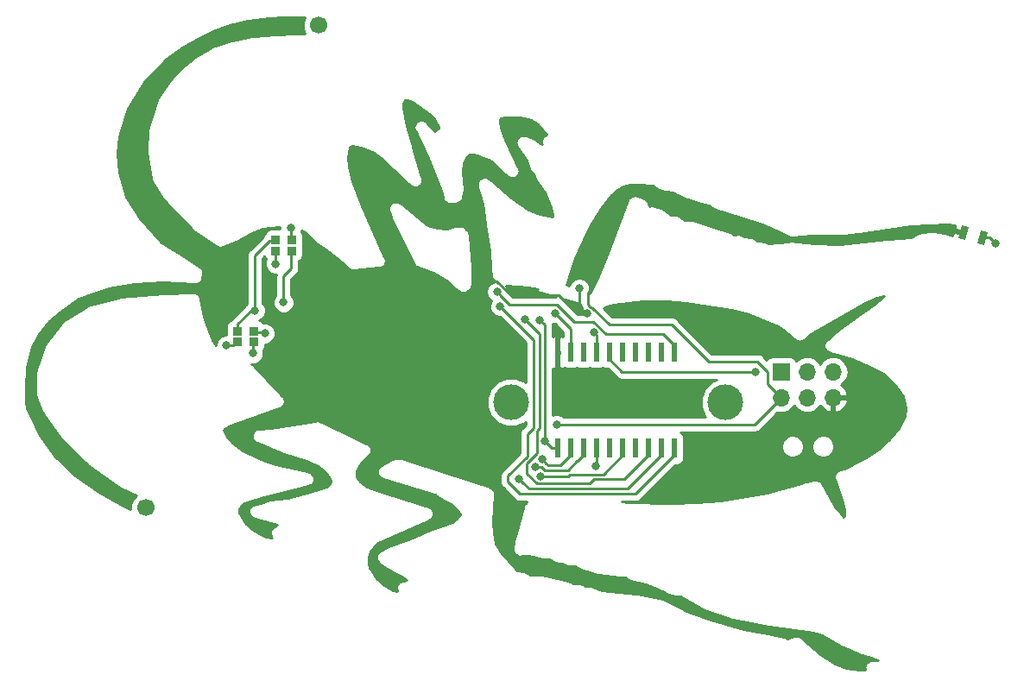
<source format=gtl>
G04 #@! TF.GenerationSoftware,KiCad,Pcbnew,5.0.0-fee4fd1~66~ubuntu18.04.1*
G04 #@! TF.CreationDate,2018-09-07T22:29:42-07:00*
G04 #@! TF.ProjectId,trevor2,747265766F72322E6B696361645F7063,rev?*
G04 #@! TF.SameCoordinates,Original*
G04 #@! TF.FileFunction,Copper,L1,Top,Signal*
G04 #@! TF.FilePolarity,Positive*
%FSLAX46Y46*%
G04 Gerber Fmt 4.6, Leading zero omitted, Abs format (unit mm)*
G04 Created by KiCad (PCBNEW 5.0.0-fee4fd1~66~ubuntu18.04.1) date Fri Sep  7 22:29:42 2018*
%MOMM*%
%LPD*%
G01*
G04 APERTURE LIST*
G04 #@! TA.AperFunction,SMDPad,CuDef*
%ADD10R,0.900000X0.850000*%
G04 #@! TD*
G04 #@! TA.AperFunction,ComponentPad*
%ADD11C,3.500000*%
G04 #@! TD*
G04 #@! TA.AperFunction,ComponentPad*
%ADD12C,1.700000*%
G04 #@! TD*
G04 #@! TA.AperFunction,ComponentPad*
%ADD13R,1.700000X1.700000*%
G04 #@! TD*
G04 #@! TA.AperFunction,ComponentPad*
%ADD14O,1.700000X1.700000*%
G04 #@! TD*
G04 #@! TA.AperFunction,SMDPad,CuDef*
%ADD15C,0.700000*%
G04 #@! TD*
G04 #@! TA.AperFunction,Conductor*
%ADD16C,0.100000*%
G04 #@! TD*
G04 #@! TA.AperFunction,SMDPad,CuDef*
%ADD17R,0.600000X1.950000*%
G04 #@! TD*
G04 #@! TA.AperFunction,ViaPad*
%ADD18C,0.800000*%
G04 #@! TD*
G04 #@! TA.AperFunction,Conductor*
%ADD19C,0.250000*%
G04 #@! TD*
G04 #@! TA.AperFunction,Conductor*
%ADD20C,0.254000*%
G04 #@! TD*
G04 APERTURE END LIST*
D10*
G04 #@! TO.P,D1,3*
G04 #@! TO.N,Net-(D1-Pad3)*
X122450000Y-91450000D03*
G04 #@! TO.P,D1,2*
G04 #@! TO.N,Net-(D1-Pad2)*
X124050000Y-90400000D03*
G04 #@! TO.P,D1,1*
G04 #@! TO.N,+3V3*
X122450000Y-90400000D03*
G04 #@! TO.P,D1,4*
G04 #@! TO.N,Net-(D1-Pad4)*
X124050000Y-91450000D03*
G04 #@! TD*
G04 #@! TO.P,D2,3*
G04 #@! TO.N,Net-(D2-Pad3)*
X126200000Y-82525000D03*
G04 #@! TO.P,D2,2*
G04 #@! TO.N,Net-(D2-Pad2)*
X127800000Y-81475000D03*
G04 #@! TO.P,D2,1*
G04 #@! TO.N,+3V3*
X126200000Y-81475000D03*
G04 #@! TO.P,D2,4*
G04 #@! TO.N,Net-(D2-Pad4)*
X127800000Y-82525000D03*
G04 #@! TD*
D11*
G04 #@! TO.P,BT1,1*
G04 #@! TO.N,Net-(BT1-Pad1)*
X170300400Y-97400000D03*
G04 #@! TO.P,BT1,0*
G04 #@! TO.N,N/C*
X149299600Y-97400000D03*
G04 #@! TD*
D12*
G04 #@! TO.P,J1,1*
G04 #@! TO.N,Net-(J1-Pad1)*
X130400000Y-60400000D03*
G04 #@! TD*
G04 #@! TO.P,J2,1*
G04 #@! TO.N,Net-(J2-Pad1)*
X113500000Y-107700000D03*
G04 #@! TD*
D13*
G04 #@! TO.P,J3,1*
G04 #@! TO.N,Net-(J3-Pad1)*
X175800000Y-94400000D03*
D14*
G04 #@! TO.P,J3,2*
G04 #@! TO.N,+3V3*
X175800000Y-96940000D03*
G04 #@! TO.P,J3,3*
G04 #@! TO.N,Net-(J3-Pad3)*
X178340000Y-94400000D03*
G04 #@! TO.P,J3,4*
G04 #@! TO.N,Net-(J3-Pad4)*
X178340000Y-96940000D03*
G04 #@! TO.P,J3,5*
G04 #@! TO.N,Net-(J3-Pad5)*
X180880000Y-94400000D03*
G04 #@! TO.P,J3,6*
G04 #@! TO.N,GND*
X180880000Y-96940000D03*
G04 #@! TD*
D15*
G04 #@! TO.P,TH1,1*
G04 #@! TO.N,+3V3*
X193682370Y-80754122D03*
D16*
G04 #@! TD*
G04 #@! TO.N,+3V3*
G04 #@! TO.C,TH1*
G36*
X193176064Y-81291387D02*
X193512528Y-80035684D01*
X194188676Y-80216857D01*
X193852212Y-81472560D01*
X193176064Y-81291387D01*
X193176064Y-81291387D01*
G37*
D15*
G04 #@! TO.P,TH1,2*
G04 #@! TO.N,THERM*
X195517630Y-81245878D03*
D16*
G04 #@! TD*
G04 #@! TO.N,THERM*
G04 #@! TO.C,TH1*
G36*
X195011324Y-81783143D02*
X195347788Y-80527440D01*
X196023936Y-80708613D01*
X195687472Y-81964316D01*
X195011324Y-81783143D01*
X195011324Y-81783143D01*
G37*
D17*
G04 #@! TO.P,U1,1*
G04 #@! TO.N,+3V3*
X153885000Y-101900000D03*
G04 #@! TO.P,U1,2*
G04 #@! TO.N,R1*
X155155000Y-101900000D03*
G04 #@! TO.P,U1,3*
G04 #@! TO.N,G1*
X156425000Y-101900000D03*
G04 #@! TO.P,U1,4*
G04 #@! TO.N,Net-(R2-Pad1)*
X157695000Y-101900000D03*
G04 #@! TO.P,U1,5*
G04 #@! TO.N,Net-(U1-Pad5)*
X158965000Y-101900000D03*
G04 #@! TO.P,U1,6*
G04 #@! TO.N,B1*
X160235000Y-101900000D03*
G04 #@! TO.P,U1,7*
G04 #@! TO.N,Net-(U1-Pad7)*
X161505000Y-101900000D03*
G04 #@! TO.P,U1,8*
G04 #@! TO.N,Net-(J1-Pad1)*
X162775000Y-101900000D03*
G04 #@! TO.P,U1,9*
G04 #@! TO.N,Net-(J2-Pad1)*
X164045000Y-101900000D03*
G04 #@! TO.P,U1,10*
G04 #@! TO.N,B2*
X165315000Y-101900000D03*
G04 #@! TO.P,U1,11*
G04 #@! TO.N,R2*
X165315000Y-92500000D03*
G04 #@! TO.P,U1,12*
G04 #@! TO.N,Net-(U1-Pad12)*
X164045000Y-92500000D03*
G04 #@! TO.P,U1,13*
G04 #@! TO.N,Net-(U1-Pad13)*
X162775000Y-92500000D03*
G04 #@! TO.P,U1,14*
G04 #@! TO.N,Net-(U1-Pad14)*
X161505000Y-92500000D03*
G04 #@! TO.P,U1,15*
G04 #@! TO.N,Net-(U1-Pad15)*
X160235000Y-92500000D03*
G04 #@! TO.P,U1,16*
G04 #@! TO.N,Net-(J3-Pad1)*
X158965000Y-92500000D03*
G04 #@! TO.P,U1,17*
G04 #@! TO.N,THERM*
X157695000Y-92500000D03*
G04 #@! TO.P,U1,18*
G04 #@! TO.N,Net-(U1-Pad18)*
X156425000Y-92500000D03*
G04 #@! TO.P,U1,19*
G04 #@! TO.N,G2*
X155155000Y-92500000D03*
G04 #@! TO.P,U1,20*
G04 #@! TO.N,GND*
X153885000Y-92500000D03*
G04 #@! TD*
D18*
G04 #@! TO.N,GND*
X156000000Y-86200000D03*
X126400008Y-89400000D03*
X159800000Y-97400000D03*
X156739232Y-88677426D03*
X123000000Y-83700000D03*
X183100000Y-122700000D03*
X134200000Y-98700000D03*
X134400000Y-84900000D03*
X132200000Y-90700000D03*
X146400000Y-85500000D03*
G04 #@! TO.N,+3V3*
X124199992Y-88400000D03*
X153786683Y-99588360D03*
X152600000Y-101200000D03*
X152111234Y-89298215D03*
G04 #@! TO.N,Net-(D1-Pad3)*
X121400000Y-91800000D03*
G04 #@! TO.N,Net-(D1-Pad2)*
X125146207Y-90644528D03*
G04 #@! TO.N,Net-(D1-Pad4)*
X124012660Y-92587340D03*
G04 #@! TO.N,Net-(D2-Pad4)*
X127000000Y-87600000D03*
G04 #@! TO.N,Net-(D2-Pad2)*
X127700000Y-80300000D03*
G04 #@! TO.N,Net-(D2-Pad3)*
X126200000Y-83800000D03*
G04 #@! TO.N,Net-(J1-Pad1)*
X150668994Y-89243674D03*
G04 #@! TO.N,Net-(J2-Pad1)*
X150100000Y-104900000D03*
G04 #@! TO.N,Net-(J3-Pad1)*
X173300000Y-94400000D03*
G04 #@! TO.N,THERM*
X196800000Y-81800000D03*
X157437340Y-90562660D03*
G04 #@! TO.N,R1*
X152334016Y-102962118D03*
G04 #@! TO.N,B1*
X152174990Y-104642415D03*
G04 #@! TO.N,G1*
X151665804Y-103706104D03*
G04 #@! TO.N,G2*
X153637656Y-88662976D03*
G04 #@! TO.N,B2*
X148226977Y-87995966D03*
G04 #@! TO.N,R2*
X147920634Y-86545954D03*
G04 #@! TO.N,Net-(R2-Pad1)*
X157605291Y-103654906D03*
G04 #@! TD*
D19*
G04 #@! TO.N,GND*
X127200000Y-89400000D02*
X126965693Y-89400000D01*
X129200000Y-87400000D02*
X127200000Y-89400000D01*
X126965693Y-89400000D02*
X126400008Y-89400000D01*
X158194998Y-97400000D02*
X159800000Y-97400000D01*
X155500000Y-97400000D02*
X158194998Y-97400000D01*
X153885000Y-92500000D02*
X153885000Y-95785000D01*
X153885000Y-95785000D02*
X155500000Y-97400000D01*
X156000000Y-86200000D02*
X156000000Y-88400000D01*
X153934315Y-86900000D02*
X155711741Y-88677426D01*
X156000000Y-88400000D02*
X156565685Y-88400000D01*
X156565685Y-88400000D02*
X156739232Y-88573547D01*
X156739232Y-88573547D02*
X156739232Y-88677426D01*
X155711741Y-88677426D02*
X156173547Y-88677426D01*
X156173547Y-88677426D02*
X156739232Y-88677426D01*
X126400008Y-89400000D02*
X126400008Y-90900008D01*
X126400008Y-90900008D02*
X134200000Y-98700000D01*
X129200000Y-87400000D02*
X131900000Y-87400000D01*
X131900000Y-87400000D02*
X134400000Y-84900000D01*
X134200000Y-98700000D02*
X132200000Y-96700000D01*
X132200000Y-96700000D02*
X132200000Y-91265685D01*
X132200000Y-91265685D02*
X132200000Y-90700000D01*
X150200000Y-86900000D02*
X149900000Y-86900000D01*
X153934315Y-86900000D02*
X150200000Y-86900000D01*
X150200000Y-86900000D02*
X149300000Y-86900000D01*
X149300000Y-86900000D02*
X147900000Y-85500000D01*
X147900000Y-85500000D02*
X146400000Y-85500000D01*
G04 #@! TO.N,+3V3*
X124199992Y-87834315D02*
X124199992Y-88400000D01*
X126250000Y-81575000D02*
X125600000Y-81575000D01*
X125600000Y-81575000D02*
X124199992Y-82975008D01*
X124199992Y-82975008D02*
X124199992Y-87834315D01*
X153885000Y-101900000D02*
X153335000Y-101900000D01*
X154352368Y-99588360D02*
X153786683Y-99588360D01*
X153300000Y-101900000D02*
X152999999Y-101599999D01*
X152999999Y-101599999D02*
X152600000Y-101200000D01*
X175800000Y-96940000D02*
X173151640Y-99588360D01*
X173151640Y-99588360D02*
X154352368Y-99588360D01*
X153335000Y-101900000D02*
X153300000Y-101900000D01*
X153335000Y-101900000D02*
X152600022Y-101165022D01*
X152600022Y-89787003D02*
X152511233Y-89698214D01*
X152600022Y-101165022D02*
X152600022Y-89787003D01*
X152511233Y-89698214D02*
X152111234Y-89298215D01*
X175800000Y-96940000D02*
X174500000Y-95640000D01*
X174500000Y-95640000D02*
X174500000Y-94400000D01*
X174500000Y-94400000D02*
X173474998Y-93374998D01*
X156868123Y-86631877D02*
X157300000Y-86200000D01*
X158937430Y-89800000D02*
X157269307Y-88131877D01*
X156868123Y-87669307D02*
X156868123Y-86631877D01*
X156972915Y-87983681D02*
X156868123Y-87669307D01*
X165100000Y-89800000D02*
X158937430Y-89800000D01*
X157269307Y-88131877D02*
X156972915Y-87983681D01*
X168674998Y-93374998D02*
X165100000Y-89800000D01*
X173474998Y-93374998D02*
X168674998Y-93374998D01*
X123800000Y-88400000D02*
X124199992Y-88400000D01*
X122500000Y-90500000D02*
X122500000Y-89700000D01*
X122500000Y-89700000D02*
X123800000Y-88400000D01*
G04 #@! TO.N,Net-(D1-Pad3)*
X122050000Y-91800000D02*
X121965685Y-91800000D01*
X121965685Y-91800000D02*
X121400000Y-91800000D01*
X122500000Y-91350000D02*
X122050000Y-91800000D01*
G04 #@! TO.N,Net-(D1-Pad2)*
X124000000Y-90500000D02*
X125001679Y-90500000D01*
X125001679Y-90500000D02*
X125146207Y-90644528D01*
G04 #@! TO.N,Net-(D1-Pad4)*
X124000000Y-92574680D02*
X124012660Y-92587340D01*
X124000000Y-91350000D02*
X124000000Y-92574680D01*
G04 #@! TO.N,Net-(D2-Pad4)*
X127750000Y-84250000D02*
X127750000Y-82425000D01*
X127000000Y-87600000D02*
X127000000Y-85000000D01*
X127000000Y-85000000D02*
X127750000Y-84250000D01*
G04 #@! TO.N,Net-(D2-Pad2)*
X127700000Y-80865685D02*
X127700000Y-80300000D01*
X127700000Y-81525000D02*
X127700000Y-80865685D01*
X127750000Y-81575000D02*
X127700000Y-81525000D01*
G04 #@! TO.N,Net-(D2-Pad3)*
X126200000Y-82475000D02*
X126250000Y-82425000D01*
X126200000Y-83800000D02*
X126200000Y-82475000D01*
G04 #@! TO.N,Net-(J1-Pad1)*
X152543632Y-105367417D02*
X151826989Y-105367416D01*
X151850011Y-100186400D02*
X152100000Y-99936411D01*
X151826989Y-105367416D02*
X150879471Y-104419898D01*
X151068993Y-89643673D02*
X150668994Y-89243674D01*
X152100000Y-90674680D02*
X151068993Y-89643673D01*
X150879471Y-104419898D02*
X150879471Y-103356940D01*
X157434401Y-104924988D02*
X157042853Y-105316536D01*
X160425012Y-104924988D02*
X157434401Y-104924988D01*
X151850011Y-102386400D02*
X151850011Y-100186400D01*
X150879471Y-103356940D02*
X151850011Y-102386400D01*
X152594513Y-105316536D02*
X152543632Y-105367417D01*
X157042853Y-105316536D02*
X152594513Y-105316536D01*
X152100000Y-99936411D02*
X152100000Y-90674680D01*
X162775000Y-102575000D02*
X160425012Y-104924988D01*
X162775000Y-101900000D02*
X162775000Y-102575000D01*
G04 #@! TO.N,Net-(J2-Pad1)*
X164045000Y-102575000D02*
X160768351Y-105851649D01*
X164045000Y-101900000D02*
X164045000Y-102575000D01*
X160768351Y-105851649D02*
X151051649Y-105851649D01*
X150499999Y-105299999D02*
X150100000Y-104900000D01*
X151051649Y-105851649D02*
X150499999Y-105299999D01*
G04 #@! TO.N,Net-(J3-Pad1)*
X158965000Y-92500000D02*
X158965000Y-93175000D01*
X158965000Y-93175000D02*
X160190000Y-94400000D01*
X172734315Y-94400000D02*
X173300000Y-94400000D01*
X160190000Y-94400000D02*
X172734315Y-94400000D01*
G04 #@! TO.N,THERM*
X195517630Y-81245878D02*
X196245878Y-81245878D01*
X196245878Y-81245878D02*
X196800000Y-81800000D01*
X157695000Y-92500000D02*
X157695000Y-90820320D01*
X157695000Y-90820320D02*
X157437340Y-90562660D01*
G04 #@! TO.N,R1*
X154130000Y-103600000D02*
X152971898Y-103600000D01*
X155155000Y-102575000D02*
X154130000Y-103600000D01*
X155155000Y-101900000D02*
X155155000Y-102575000D01*
X152971898Y-103600000D02*
X152734015Y-103362117D01*
X152734015Y-103362117D02*
X152334016Y-102962118D01*
G04 #@! TO.N,B1*
X160235000Y-102575000D02*
X158335023Y-104474977D01*
X154910407Y-104642415D02*
X152740675Y-104642415D01*
X152740675Y-104642415D02*
X152174990Y-104642415D01*
X158335023Y-104474977D02*
X155077845Y-104474977D01*
X155077845Y-104474977D02*
X154910407Y-104642415D01*
X160235000Y-101900000D02*
X160235000Y-102575000D01*
G04 #@! TO.N,G1*
X152269693Y-103706104D02*
X152231489Y-103706104D01*
X155875000Y-103125000D02*
X155791411Y-103125000D01*
X155791411Y-103125000D02*
X154866400Y-104050011D01*
X154866400Y-104050011D02*
X152613600Y-104050011D01*
X156425000Y-101900000D02*
X156425000Y-102575000D01*
X152231489Y-103706104D02*
X151665804Y-103706104D01*
X152613600Y-104050011D02*
X152269693Y-103706104D01*
X156425000Y-102575000D02*
X155875000Y-103125000D01*
G04 #@! TO.N,G2*
X155155000Y-90180320D02*
X154037655Y-89062975D01*
X155155000Y-92500000D02*
X155155000Y-90180320D01*
X154037655Y-89062975D02*
X153637656Y-88662976D01*
G04 #@! TO.N,B2*
X151500000Y-99900000D02*
X151500000Y-91268989D01*
X150900000Y-102700000D02*
X150900000Y-100500000D01*
X151500000Y-91268989D02*
X148626976Y-88395965D01*
X150900000Y-100500000D02*
X151500000Y-99900000D01*
X148626976Y-88395965D02*
X148226977Y-87995966D01*
X149000000Y-105200000D02*
X149000000Y-104600000D01*
X165315000Y-102575000D02*
X161490000Y-106400000D01*
X165315000Y-101900000D02*
X165315000Y-102575000D01*
X149000000Y-104600000D02*
X150900000Y-102700000D01*
X161490000Y-106400000D02*
X150200000Y-106400000D01*
X150200000Y-106400000D02*
X149000000Y-105200000D01*
G04 #@! TO.N,R2*
X155500000Y-89500000D02*
X153800000Y-87800000D01*
X149174680Y-87800000D02*
X148320633Y-86945953D01*
X165315000Y-92500000D02*
X165315000Y-91825000D01*
X165315000Y-91825000D02*
X164190000Y-90700000D01*
X164190000Y-90700000D02*
X158600000Y-90700000D01*
X158600000Y-90700000D02*
X157400000Y-89500000D01*
X157400000Y-89500000D02*
X155500000Y-89500000D01*
X148320633Y-86945953D02*
X147920634Y-86545954D01*
X153800000Y-87800000D02*
X149174680Y-87800000D01*
G04 #@! TO.N,Net-(R2-Pad1)*
X157695000Y-101900000D02*
X157695000Y-103565197D01*
X157695000Y-103565197D02*
X157605291Y-103654906D01*
G04 #@! TD*
D20*
G04 #@! TO.N,GND*
G36*
X139427608Y-67857608D02*
X139737352Y-68012480D01*
X140962769Y-68860847D01*
X141655737Y-69467195D01*
X142218792Y-70351997D01*
X142240992Y-70507403D01*
X142236775Y-70508558D01*
X142122972Y-70531195D01*
X142101344Y-70545646D01*
X142076259Y-70552516D01*
X141984601Y-70623652D01*
X141888119Y-70688119D01*
X141873668Y-70709747D01*
X141853120Y-70725694D01*
X141823567Y-70777538D01*
X141044711Y-69943050D01*
X140982415Y-69860260D01*
X140888468Y-69804832D01*
X140799912Y-69741140D01*
X140767668Y-69733562D01*
X140739143Y-69716733D01*
X140631138Y-69701477D01*
X140524947Y-69676521D01*
X140492259Y-69681859D01*
X140459465Y-69677227D01*
X140353840Y-69704465D01*
X140246185Y-69722046D01*
X140218029Y-69739487D01*
X140185957Y-69747757D01*
X140098794Y-69813344D01*
X140006064Y-69870783D01*
X139986725Y-69897671D01*
X139960260Y-69917585D01*
X139904833Y-70011531D01*
X139841140Y-70100088D01*
X139833562Y-70132332D01*
X139816733Y-70160857D01*
X139801477Y-70268862D01*
X139776521Y-70375053D01*
X139781859Y-70407741D01*
X139777227Y-70440535D01*
X139804465Y-70546160D01*
X139822046Y-70653815D01*
X139876605Y-70741895D01*
X141149785Y-73386194D01*
X141939042Y-75359340D01*
X142421734Y-76614339D01*
X142607011Y-77355445D01*
X142631195Y-77477028D01*
X142680471Y-77550775D01*
X142718353Y-77630965D01*
X142758216Y-77667128D01*
X142788119Y-77711881D01*
X142861867Y-77761158D01*
X142927552Y-77820746D01*
X142978217Y-77838901D01*
X143022972Y-77868805D01*
X143109962Y-77886108D01*
X143193452Y-77916025D01*
X143317243Y-77910000D01*
X143655430Y-77910000D01*
X143751317Y-77922088D01*
X143863223Y-77891442D01*
X143977028Y-77868805D01*
X144057391Y-77815108D01*
X144194664Y-77746471D01*
X144301552Y-77702328D01*
X144370228Y-77633795D01*
X144446880Y-77574306D01*
X144469359Y-77534872D01*
X144501487Y-77502811D01*
X144538709Y-77413213D01*
X144586760Y-77328920D01*
X144601226Y-77214171D01*
X144672585Y-76857375D01*
X144683142Y-76839503D01*
X144700149Y-76719556D01*
X144709925Y-76670675D01*
X144709946Y-76650456D01*
X144712785Y-76630434D01*
X144710019Y-76580650D01*
X144710146Y-76459516D01*
X144702224Y-76440334D01*
X144611790Y-74812513D01*
X144694954Y-73897698D01*
X145029203Y-73229202D01*
X145267607Y-73110000D01*
X145629700Y-73110000D01*
X145988267Y-73181713D01*
X146494288Y-73398580D01*
X146497189Y-73401487D01*
X146623849Y-73454107D01*
X146684589Y-73480138D01*
X146688503Y-73480966D01*
X146692190Y-73482498D01*
X146756870Y-73495434D01*
X146891173Y-73523855D01*
X146895213Y-73523103D01*
X147102838Y-73564628D01*
X147342832Y-73744624D01*
X148865928Y-75172527D01*
X148910047Y-75232908D01*
X149027729Y-75304587D01*
X149144678Y-75377388D01*
X149148216Y-75377974D01*
X149151278Y-75379839D01*
X149287425Y-75401026D01*
X149423339Y-75423532D01*
X149426831Y-75422720D01*
X149430374Y-75423271D01*
X149564280Y-75390740D01*
X149698447Y-75359525D01*
X149701362Y-75357438D01*
X149704846Y-75356592D01*
X149816138Y-75275273D01*
X149928118Y-75195110D01*
X149930011Y-75192069D01*
X149932908Y-75189952D01*
X150004608Y-75072235D01*
X150077388Y-74955320D01*
X150077974Y-74951784D01*
X150079839Y-74948721D01*
X150101027Y-74812566D01*
X150123532Y-74676660D01*
X150122720Y-74673168D01*
X150123271Y-74669625D01*
X150090738Y-74535707D01*
X150059525Y-74401552D01*
X150015997Y-74340748D01*
X148754073Y-71622760D01*
X148293772Y-70425978D01*
X148210000Y-69755798D01*
X148210000Y-69594090D01*
X148262986Y-69541104D01*
X148787402Y-69410000D01*
X149955798Y-69410000D01*
X150628979Y-69494147D01*
X151284059Y-69739803D01*
X151927324Y-70141843D01*
X152747686Y-71126279D01*
X152722972Y-71131195D01*
X152663997Y-71170601D01*
X152598448Y-71197672D01*
X152547717Y-71248297D01*
X152488119Y-71288119D01*
X152448713Y-71347094D01*
X152398513Y-71397189D01*
X152371017Y-71463374D01*
X152331195Y-71522972D01*
X152317358Y-71592536D01*
X152290149Y-71658030D01*
X152290074Y-71729702D01*
X152276091Y-71800000D01*
X152289928Y-71869564D01*
X152289854Y-71940485D01*
X152317211Y-72006728D01*
X152329317Y-72067587D01*
X151809273Y-71692000D01*
X151794222Y-71671050D01*
X151695443Y-71609790D01*
X151659010Y-71583477D01*
X151636144Y-71573014D01*
X151614771Y-71559759D01*
X151572685Y-71543977D01*
X151466998Y-71495617D01*
X151441220Y-71494677D01*
X150760911Y-71239562D01*
X150641970Y-71190149D01*
X150558155Y-71190061D01*
X150475444Y-71176508D01*
X150418254Y-71189915D01*
X150359515Y-71189854D01*
X150282047Y-71221847D01*
X150200445Y-71240978D01*
X150152740Y-71275250D01*
X150098448Y-71297672D01*
X150039121Y-71356875D01*
X149971050Y-71405778D01*
X149940091Y-71455698D01*
X149898513Y-71497189D01*
X149866358Y-71574589D01*
X149822183Y-71645819D01*
X149812684Y-71703786D01*
X149790149Y-71758030D01*
X149790061Y-71841844D01*
X149776508Y-71924556D01*
X149789915Y-71981746D01*
X149789854Y-72040485D01*
X149821848Y-72117953D01*
X149840978Y-72199555D01*
X149916121Y-72304151D01*
X150856504Y-73714727D01*
X151090121Y-74415579D01*
X151090149Y-74441970D01*
X151134519Y-74548773D01*
X151148548Y-74590859D01*
X151161289Y-74613211D01*
X151198513Y-74702811D01*
X151230641Y-74734872D01*
X151253120Y-74774306D01*
X151329770Y-74833794D01*
X151347981Y-74851967D01*
X151384895Y-74876576D01*
X151476258Y-74947483D01*
X151501710Y-74954453D01*
X151503471Y-74955627D01*
X151587957Y-75209087D01*
X151587611Y-75228631D01*
X151632410Y-75342445D01*
X151648548Y-75390859D01*
X151657978Y-75407402D01*
X151664951Y-75425117D01*
X151692543Y-75468038D01*
X151753120Y-75574306D01*
X151768563Y-75586291D01*
X152576868Y-76843657D01*
X153223761Y-78229859D01*
X153390000Y-78977934D01*
X153390000Y-79120020D01*
X153346703Y-79148885D01*
X152104196Y-78915915D01*
X151036591Y-78471080D01*
X149330620Y-77333767D01*
X147270517Y-75554588D01*
X147270260Y-75554078D01*
X147164111Y-75462692D01*
X147111148Y-75416951D01*
X147110659Y-75416674D01*
X147056204Y-75369792D01*
X146989015Y-75347668D01*
X146927483Y-75312762D01*
X146856170Y-75303924D01*
X146787919Y-75281450D01*
X146717374Y-75286722D01*
X146647173Y-75278022D01*
X146577910Y-75297145D01*
X146506251Y-75302501D01*
X146443095Y-75334368D01*
X146374904Y-75353195D01*
X146318228Y-75397372D01*
X146254078Y-75429740D01*
X146207924Y-75483349D01*
X146152130Y-75526839D01*
X146116674Y-75589340D01*
X146069792Y-75643796D01*
X146047668Y-75710985D01*
X146012762Y-75772517D01*
X146003924Y-75843830D01*
X145981450Y-75912081D01*
X145986722Y-75982625D01*
X145978022Y-76052827D01*
X145997146Y-76122093D01*
X145997188Y-76122652D01*
X146015806Y-76189678D01*
X146053195Y-76325096D01*
X146053548Y-76325549D01*
X146504650Y-77949516D01*
X146897677Y-80504193D01*
X147192959Y-82571172D01*
X147288863Y-84201532D01*
X147287247Y-84231185D01*
X147292960Y-84271177D01*
X147295332Y-84311498D01*
X147302825Y-84340230D01*
X147387247Y-84931188D01*
X147383367Y-85002376D01*
X147407025Y-85069631D01*
X147407025Y-85069632D01*
X147477095Y-85268827D01*
X147665655Y-85479127D01*
X147729942Y-85509956D01*
X147731273Y-85510954D01*
X147714760Y-85510954D01*
X147334354Y-85668523D01*
X147043203Y-85959674D01*
X146885634Y-86340080D01*
X146885634Y-86751828D01*
X147043203Y-87132234D01*
X147334354Y-87423385D01*
X147342478Y-87426750D01*
X147191977Y-87790092D01*
X147191977Y-88201840D01*
X147349546Y-88582246D01*
X147640697Y-88873397D01*
X148021103Y-89030966D01*
X148187176Y-89030966D01*
X150740001Y-91583792D01*
X150740001Y-95467502D01*
X150650594Y-95378095D01*
X149774006Y-95015000D01*
X148825194Y-95015000D01*
X147948606Y-95378095D01*
X147277695Y-96049006D01*
X146914600Y-96925594D01*
X146914600Y-97874406D01*
X147277695Y-98750994D01*
X147948606Y-99421905D01*
X148825194Y-99785000D01*
X149774006Y-99785000D01*
X150650594Y-99421905D01*
X150740000Y-99332499D01*
X150740000Y-99585198D01*
X150415528Y-99909671D01*
X150352072Y-99952071D01*
X150309672Y-100015527D01*
X150309671Y-100015528D01*
X150184097Y-100203463D01*
X150125112Y-100500000D01*
X150140001Y-100574852D01*
X150140000Y-102385198D01*
X148515528Y-104009671D01*
X148452072Y-104052071D01*
X148284096Y-104303463D01*
X148240000Y-104525148D01*
X148240000Y-104525153D01*
X148225112Y-104600000D01*
X148240000Y-104674847D01*
X148240000Y-105125153D01*
X148225112Y-105200000D01*
X148240000Y-105274847D01*
X148240000Y-105274851D01*
X148284096Y-105496536D01*
X148452071Y-105747929D01*
X148515530Y-105790331D01*
X149609671Y-106884473D01*
X149652071Y-106947929D01*
X149903463Y-107115904D01*
X150125148Y-107160000D01*
X150125152Y-107160000D01*
X150199999Y-107174888D01*
X150274846Y-107160000D01*
X150858946Y-107160000D01*
X150848913Y-107168360D01*
X150842674Y-107170427D01*
X150740597Y-107258624D01*
X150691751Y-107299329D01*
X150687736Y-107304297D01*
X150628946Y-107355093D01*
X150599813Y-107413088D01*
X150559023Y-107463559D01*
X150537031Y-107538067D01*
X150534160Y-107543783D01*
X150517231Y-107605152D01*
X150479064Y-107734461D01*
X150479757Y-107740994D01*
X149725676Y-110474539D01*
X149713962Y-110504194D01*
X149707130Y-110541767D01*
X149696970Y-110578599D01*
X149694649Y-110610414D01*
X149518529Y-111579074D01*
X149498740Y-111620340D01*
X149493480Y-111716843D01*
X149488944Y-111741790D01*
X149489682Y-111786521D01*
X149483367Y-111902376D01*
X149491998Y-111926912D01*
X149492427Y-111952920D01*
X149538592Y-112059372D01*
X149577095Y-112168827D01*
X149594459Y-112188193D01*
X149604808Y-112212056D01*
X149688193Y-112292734D01*
X149765655Y-112379127D01*
X149789110Y-112390375D01*
X149807802Y-112408460D01*
X149915715Y-112451088D01*
X150020340Y-112501260D01*
X150046312Y-112502676D01*
X150070504Y-112512232D01*
X150186516Y-112510318D01*
X150231185Y-112512753D01*
X150256286Y-112509167D01*
X150352920Y-112507573D01*
X150394907Y-112489364D01*
X150900000Y-112417208D01*
X151455836Y-112496613D01*
X152401661Y-112754565D01*
X152422972Y-112768805D01*
X152537142Y-112791515D01*
X152580648Y-112803380D01*
X152605563Y-112805125D01*
X152630074Y-112810000D01*
X152675194Y-112810000D01*
X152791291Y-112818129D01*
X152815593Y-112810000D01*
X153032393Y-112810000D01*
X153642614Y-113115111D01*
X153722972Y-113168805D01*
X153836777Y-113191442D01*
X153948682Y-113222087D01*
X154044564Y-113210000D01*
X154303342Y-113210000D01*
X154619911Y-113399942D01*
X154722972Y-113468805D01*
X154809961Y-113486108D01*
X154893452Y-113516025D01*
X155017243Y-113510000D01*
X155603342Y-113510000D01*
X155831869Y-113647116D01*
X155845515Y-113663460D01*
X155952355Y-113719408D01*
X155994668Y-113744796D01*
X156014204Y-113751796D01*
X156032578Y-113761418D01*
X156079894Y-113775335D01*
X156193452Y-113816025D01*
X156214722Y-113814990D01*
X157779517Y-114275224D01*
X157825526Y-114291771D01*
X157846443Y-114294909D01*
X157866746Y-114300880D01*
X157915466Y-114305262D01*
X159878012Y-114599644D01*
X159930074Y-114610000D01*
X159947050Y-114610000D01*
X159963830Y-114612517D01*
X160016829Y-114610000D01*
X160463334Y-114610000D01*
X160619732Y-114727299D01*
X160669035Y-114781646D01*
X160794768Y-114841043D01*
X160920339Y-114901260D01*
X160993614Y-114905254D01*
X162492023Y-115279857D01*
X163518999Y-115653303D01*
X164465201Y-116126404D01*
X164509141Y-116151452D01*
X164527606Y-116157607D01*
X164545022Y-116166315D01*
X164593823Y-116179679D01*
X165084917Y-116343377D01*
X165122972Y-116368805D01*
X165217768Y-116387661D01*
X165241816Y-116395677D01*
X165286191Y-116401271D01*
X165330074Y-116410000D01*
X165355431Y-116410000D01*
X165451317Y-116422088D01*
X165495458Y-116410000D01*
X165908053Y-116410000D01*
X168141555Y-117712876D01*
X168200706Y-117747620D01*
X168201722Y-117747973D01*
X168202652Y-117748516D01*
X168267712Y-117770927D01*
X170545312Y-118563135D01*
X170588830Y-118581466D01*
X170611214Y-118586058D01*
X170632795Y-118593564D01*
X170679562Y-118600078D01*
X174512220Y-119386264D01*
X174534785Y-119394041D01*
X174580560Y-119400283D01*
X174625829Y-119409569D01*
X174649702Y-119409712D01*
X178949114Y-119995995D01*
X179818226Y-120256729D01*
X181822438Y-121401994D01*
X181856046Y-121425047D01*
X181882988Y-121436594D01*
X181908453Y-121451145D01*
X181947122Y-121464079D01*
X183283348Y-122036749D01*
X183309141Y-122051452D01*
X183347454Y-122064223D01*
X183384589Y-122080138D01*
X183413646Y-122086287D01*
X184835164Y-122560126D01*
X184859962Y-122571841D01*
X184901346Y-122582187D01*
X184941816Y-122595677D01*
X184969028Y-122599108D01*
X185332598Y-122690000D01*
X184719314Y-122690000D01*
X184597624Y-122683367D01*
X184512001Y-122713486D01*
X184422972Y-122731195D01*
X184379964Y-122759932D01*
X184331173Y-122777095D01*
X184263593Y-122837689D01*
X184188119Y-122888119D01*
X184159382Y-122931127D01*
X184120873Y-122965655D01*
X184081627Y-123047496D01*
X184031195Y-123122972D01*
X184021104Y-123173705D01*
X183998740Y-123220340D01*
X183993800Y-123310970D01*
X183976091Y-123400000D01*
X183986182Y-123450731D01*
X183983367Y-123502376D01*
X184013486Y-123587999D01*
X184013884Y-123590000D01*
X183523638Y-123590000D01*
X182154517Y-123498726D01*
X181028345Y-123065582D01*
X179635823Y-122137236D01*
X177859570Y-120547958D01*
X177846879Y-120525694D01*
X177754933Y-120454335D01*
X177721312Y-120424253D01*
X177699798Y-120411545D01*
X177623741Y-120352517D01*
X177579236Y-120340329D01*
X177539503Y-120316859D01*
X177444173Y-120303342D01*
X177351316Y-120277913D01*
X177305534Y-120283684D01*
X177259845Y-120277206D01*
X177166603Y-120301198D01*
X177141815Y-120304323D01*
X177099021Y-120318588D01*
X176986300Y-120347592D01*
X176965814Y-120362990D01*
X176422210Y-120544191D01*
X176163573Y-120440736D01*
X176099573Y-120415048D01*
X176099157Y-120414970D01*
X176098762Y-120414812D01*
X176030625Y-120402120D01*
X174437857Y-120103476D01*
X172070167Y-119610208D01*
X168619123Y-118624196D01*
X166481003Y-117846698D01*
X165580069Y-117396231D01*
X165580065Y-117396228D01*
X164212716Y-116712554D01*
X164187525Y-116688552D01*
X164087302Y-116649847D01*
X164054977Y-116633685D01*
X164022225Y-116624716D01*
X163990544Y-116612481D01*
X163954935Y-116606288D01*
X163851317Y-116577912D01*
X163816796Y-116582264D01*
X161669973Y-116208904D01*
X161650091Y-116202532D01*
X161601219Y-116196947D01*
X161552760Y-116188519D01*
X161531890Y-116189023D01*
X158175249Y-115805407D01*
X157332675Y-115468377D01*
X157277028Y-115431195D01*
X157202815Y-115416433D01*
X157198762Y-115414812D01*
X157134304Y-115402806D01*
X157069926Y-115390000D01*
X157065556Y-115390000D01*
X156991174Y-115376145D01*
X156925703Y-115390000D01*
X156636731Y-115390000D01*
X156332675Y-115268377D01*
X156277028Y-115231195D01*
X156202815Y-115216433D01*
X156198762Y-115214812D01*
X156134304Y-115202806D01*
X156069926Y-115190000D01*
X156065556Y-115190000D01*
X155991174Y-115176145D01*
X155925703Y-115190000D01*
X155436665Y-115190000D01*
X155272742Y-115067057D01*
X155215514Y-115007216D01*
X155096705Y-114954869D01*
X154979660Y-114898740D01*
X154896986Y-114894234D01*
X152383863Y-114335762D01*
X152377028Y-114331195D01*
X152246263Y-114305184D01*
X152185759Y-114291739D01*
X152177772Y-114291561D01*
X152169926Y-114290000D01*
X152107866Y-114290000D01*
X151974654Y-114287026D01*
X151966995Y-114290000D01*
X151196657Y-114290000D01*
X150913883Y-114120336D01*
X150849191Y-114065879D01*
X150727103Y-114027173D01*
X150606547Y-113983975D01*
X150522090Y-113988086D01*
X149925936Y-113921846D01*
X149817734Y-113813644D01*
X148369160Y-112171927D01*
X147776582Y-111240734D01*
X147604688Y-110209374D01*
X147512301Y-109193106D01*
X147613177Y-107780837D01*
X147706916Y-106468492D01*
X147721902Y-106346131D01*
X147697989Y-106260004D01*
X147686842Y-106171327D01*
X147660550Y-106125165D01*
X147646336Y-106073972D01*
X147591284Y-106003553D01*
X147547050Y-105925890D01*
X147505093Y-105893303D01*
X147472371Y-105851447D01*
X147394562Y-105807456D01*
X147323974Y-105752632D01*
X147205112Y-105720036D01*
X138814021Y-102955913D01*
X138777028Y-102931195D01*
X138680998Y-102912093D01*
X138655724Y-102903768D01*
X138612574Y-102898483D01*
X138569926Y-102890000D01*
X138543310Y-102890000D01*
X138446132Y-102878098D01*
X138403266Y-102890000D01*
X138031854Y-102890000D01*
X137922942Y-102880204D01*
X137824322Y-102911035D01*
X137722972Y-102931195D01*
X137632040Y-102991954D01*
X136623648Y-103541986D01*
X136557899Y-103562027D01*
X136500873Y-103608954D01*
X136498628Y-103610179D01*
X136446897Y-103653372D01*
X136339797Y-103741506D01*
X136338559Y-103743829D01*
X136336540Y-103745515D01*
X136272223Y-103868336D01*
X136206982Y-103990787D01*
X136206727Y-103993407D01*
X136205507Y-103995738D01*
X136193081Y-104133886D01*
X136179673Y-104271918D01*
X136180440Y-104274434D01*
X136180204Y-104277057D01*
X136221613Y-104409514D01*
X136262027Y-104542101D01*
X136263698Y-104544132D01*
X136264484Y-104546645D01*
X136353389Y-104653124D01*
X136441506Y-104760203D01*
X136443829Y-104761441D01*
X136445515Y-104763460D01*
X136568384Y-104827802D01*
X136627865Y-104859493D01*
X136630312Y-104860232D01*
X136695738Y-104894493D01*
X136764200Y-104900651D01*
X141819434Y-106426760D01*
X141827653Y-106443240D01*
X141915499Y-106519590D01*
X141947400Y-106551491D01*
X141968175Y-106565373D01*
X141987029Y-106581759D01*
X142026190Y-106604137D01*
X142122973Y-106668805D01*
X142148109Y-106673805D01*
X143365189Y-107369279D01*
X144148243Y-108152334D01*
X144318880Y-108408289D01*
X143995886Y-108795882D01*
X143548386Y-109168799D01*
X141615798Y-109812996D01*
X141588925Y-109818504D01*
X141549603Y-109835061D01*
X141509141Y-109848548D01*
X141485318Y-109862128D01*
X139635797Y-110640875D01*
X137579346Y-111424285D01*
X137545022Y-111433685D01*
X137514143Y-111449125D01*
X137481899Y-111461408D01*
X137451770Y-111480311D01*
X136532313Y-111940040D01*
X136450810Y-111965879D01*
X136353561Y-112047741D01*
X136253120Y-112125694D01*
X136245889Y-112138378D01*
X136234723Y-112147778D01*
X136176207Y-112260620D01*
X136113240Y-112371080D01*
X136111414Y-112385565D01*
X136104694Y-112398524D01*
X136093814Y-112525173D01*
X136077912Y-112651317D01*
X136081768Y-112665399D01*
X136080519Y-112679942D01*
X136118938Y-112801126D01*
X136152517Y-112923741D01*
X136161467Y-112935273D01*
X136165879Y-112949190D01*
X136247751Y-113046450D01*
X136325694Y-113146880D01*
X136399976Y-113189224D01*
X136847074Y-113546903D01*
X136890969Y-113584536D01*
X136901567Y-113590497D01*
X136911069Y-113598099D01*
X136962434Y-113624735D01*
X138543238Y-114513937D01*
X139069072Y-114829438D01*
X138705900Y-114895470D01*
X138598524Y-114904694D01*
X138505384Y-114952994D01*
X138407802Y-114991540D01*
X138380948Y-115017522D01*
X138347778Y-115034723D01*
X138280213Y-115114987D01*
X138204808Y-115187944D01*
X138189941Y-115222226D01*
X138165879Y-115250810D01*
X138134173Y-115350819D01*
X138092427Y-115447080D01*
X138091811Y-115484441D01*
X138080519Y-115520058D01*
X138089499Y-115624589D01*
X138087768Y-115729496D01*
X138101496Y-115764249D01*
X138104694Y-115801476D01*
X138152994Y-115894618D01*
X138180072Y-115963168D01*
X137674699Y-115836824D01*
X136840244Y-115336152D01*
X136143599Y-114639508D01*
X135694233Y-114010396D01*
X135456971Y-113614960D01*
X135310000Y-113100564D01*
X135310000Y-112545731D01*
X135526916Y-112039596D01*
X135833637Y-111579514D01*
X136280149Y-111207421D01*
X141249745Y-108966232D01*
X141340662Y-108938743D01*
X141431695Y-108864174D01*
X141527485Y-108795786D01*
X141540361Y-108775161D01*
X141559168Y-108759755D01*
X141614739Y-108656017D01*
X141677061Y-108556186D01*
X141681064Y-108532205D01*
X141692544Y-108510774D01*
X141704188Y-108393660D01*
X141723561Y-108277585D01*
X141718082Y-108253901D01*
X141720488Y-108229704D01*
X141686423Y-108117037D01*
X141659905Y-108002396D01*
X141645780Y-107982612D01*
X141638743Y-107959336D01*
X141564157Y-107868283D01*
X141495785Y-107772515D01*
X141475164Y-107759642D01*
X141459755Y-107740831D01*
X141356003Y-107685252D01*
X141256185Y-107622938D01*
X141162500Y-107607301D01*
X136628228Y-106227306D01*
X135144587Y-105670941D01*
X134498110Y-105186083D01*
X134233521Y-104855347D01*
X134182187Y-104701346D01*
X134124616Y-104471061D01*
X134182788Y-104122032D01*
X134483519Y-103520571D01*
X134851490Y-103152600D01*
X135339023Y-102665068D01*
X135383827Y-102638476D01*
X135437989Y-102566102D01*
X135451490Y-102552601D01*
X135479803Y-102510228D01*
X135553063Y-102412334D01*
X135557910Y-102393333D01*
X135568804Y-102377029D01*
X135592654Y-102257124D01*
X135622877Y-102138643D01*
X135620083Y-102119230D01*
X135623908Y-102100001D01*
X135600059Y-101980103D01*
X135582639Y-101859068D01*
X135572629Y-101842203D01*
X135568804Y-101822972D01*
X135500890Y-101721332D01*
X135438476Y-101616173D01*
X135422772Y-101604420D01*
X135411880Y-101588120D01*
X135310247Y-101520211D01*
X135269416Y-101489654D01*
X135252177Y-101481409D01*
X135177028Y-101431196D01*
X135125936Y-101421033D01*
X130730508Y-99318873D01*
X130728093Y-99316237D01*
X130603276Y-99258023D01*
X130543250Y-99229315D01*
X130539879Y-99228455D01*
X130472110Y-99196848D01*
X130404357Y-99193886D01*
X130338643Y-99177123D01*
X130264626Y-99187776D01*
X130261152Y-99187624D01*
X130195428Y-99197735D01*
X130059069Y-99217361D01*
X130055992Y-99219187D01*
X126295819Y-99797675D01*
X125617587Y-99894565D01*
X124637762Y-99983640D01*
X124599741Y-99976091D01*
X124498196Y-99996327D01*
X124466081Y-99999247D01*
X124429777Y-100009962D01*
X124322732Y-100031295D01*
X124295258Y-100049667D01*
X124263559Y-100059023D01*
X124178666Y-100127632D01*
X124087936Y-100188303D01*
X124069584Y-100215790D01*
X124043878Y-100236565D01*
X123991702Y-100332439D01*
X123931096Y-100423213D01*
X123924660Y-100455630D01*
X123908861Y-100484661D01*
X123897347Y-100593200D01*
X123876091Y-100700259D01*
X123882551Y-100732673D01*
X123879064Y-100765539D01*
X123909963Y-100870224D01*
X123931295Y-100977268D01*
X123949667Y-101004742D01*
X123959023Y-101036441D01*
X124027632Y-101121334D01*
X124088303Y-101212064D01*
X124115790Y-101230416D01*
X124136565Y-101256122D01*
X124232440Y-101308298D01*
X124263918Y-101329315D01*
X124293713Y-101341644D01*
X124384661Y-101391139D01*
X124423208Y-101395228D01*
X127197203Y-102543089D01*
X127229007Y-102559963D01*
X127261646Y-102569755D01*
X127293143Y-102582788D01*
X127328469Y-102589802D01*
X129260811Y-103169505D01*
X130334583Y-103616909D01*
X130725767Y-103929858D01*
X131404737Y-104608829D01*
X131633169Y-105122802D01*
X131515617Y-105436275D01*
X131180010Y-105660014D01*
X129591877Y-106220532D01*
X127372511Y-106799497D01*
X125607331Y-106985306D01*
X125548682Y-106977913D01*
X125468208Y-106999951D01*
X125456133Y-107001222D01*
X125400854Y-107018396D01*
X125345021Y-107033686D01*
X125334160Y-107039116D01*
X125254481Y-107063871D01*
X125209038Y-107101677D01*
X124785533Y-107313430D01*
X124282058Y-107385355D01*
X124224386Y-107380051D01*
X124143567Y-107405139D01*
X124130368Y-107407025D01*
X124076864Y-107425846D01*
X123954629Y-107463791D01*
X123944097Y-107472549D01*
X123931173Y-107477095D01*
X123835863Y-107562552D01*
X123737452Y-107644387D01*
X123731073Y-107656510D01*
X123720873Y-107665655D01*
X123665525Y-107781072D01*
X123605918Y-107894346D01*
X123604663Y-107907988D01*
X123598740Y-107920340D01*
X123591774Y-108048147D01*
X123580051Y-108175614D01*
X123584113Y-108188698D01*
X123583367Y-108202376D01*
X123625844Y-108323131D01*
X123663791Y-108445371D01*
X123672549Y-108455903D01*
X123677095Y-108468827D01*
X123762552Y-108564137D01*
X123844387Y-108662548D01*
X123856510Y-108668927D01*
X123865655Y-108679127D01*
X123981073Y-108734475D01*
X124031253Y-108760881D01*
X124044035Y-108764668D01*
X124120340Y-108801260D01*
X124178171Y-108804412D01*
X126329002Y-109441695D01*
X126203935Y-109504229D01*
X126198524Y-109504694D01*
X126077863Y-109567265D01*
X126019935Y-109596229D01*
X126015758Y-109599471D01*
X125947778Y-109634723D01*
X125905270Y-109685220D01*
X125853120Y-109725694D01*
X125815194Y-109792226D01*
X125765879Y-109850810D01*
X125745931Y-109913732D01*
X125713240Y-109971080D01*
X125703662Y-110047060D01*
X125680519Y-110120058D01*
X125686168Y-110185823D01*
X125677912Y-110251317D01*
X125698140Y-110325180D01*
X125704694Y-110401476D01*
X125735082Y-110460076D01*
X125752517Y-110523741D01*
X125799467Y-110584236D01*
X125801901Y-110588930D01*
X125842355Y-110639497D01*
X125854932Y-110655703D01*
X125281135Y-110603540D01*
X124554118Y-110280421D01*
X123938236Y-109840506D01*
X123344520Y-109331606D01*
X122905506Y-108629185D01*
X122682587Y-108257654D01*
X122629704Y-107887472D01*
X122694457Y-107725590D01*
X123156466Y-107329583D01*
X124800333Y-106781627D01*
X129384781Y-105611131D01*
X129432218Y-105611732D01*
X129520426Y-105576498D01*
X129543394Y-105570634D01*
X129585245Y-105550607D01*
X129694522Y-105506957D01*
X129711933Y-105489982D01*
X129733868Y-105479485D01*
X129812501Y-105391931D01*
X129896763Y-105309778D01*
X129906353Y-105287432D01*
X129922601Y-105269340D01*
X129961743Y-105158358D01*
X130008152Y-105050214D01*
X130008460Y-105025899D01*
X130016548Y-105002967D01*
X130010240Y-104885459D01*
X130011732Y-104767781D01*
X130002711Y-104745198D01*
X130001408Y-104720918D01*
X129950615Y-104614775D01*
X129906957Y-104505478D01*
X129889979Y-104488065D01*
X129879484Y-104466132D01*
X129791942Y-104387510D01*
X129709778Y-104303236D01*
X129687428Y-104293645D01*
X129669339Y-104277399D01*
X129558374Y-104238262D01*
X129515732Y-104219963D01*
X129492542Y-104215044D01*
X129402966Y-104183451D01*
X129355592Y-104185994D01*
X126207023Y-103518117D01*
X124784100Y-102948947D01*
X122963928Y-102086761D01*
X121984910Y-101374749D01*
X121482980Y-100789166D01*
X121173616Y-100247778D01*
X121137604Y-100067722D01*
X121165469Y-99998060D01*
X121790934Y-99650580D01*
X126574875Y-97990846D01*
X126653815Y-97977954D01*
X126766516Y-97908144D01*
X126880940Y-97841056D01*
X126886337Y-97833924D01*
X126893936Y-97829217D01*
X126971349Y-97721584D01*
X127051383Y-97615823D01*
X127053639Y-97607170D01*
X127058860Y-97599912D01*
X127089194Y-97470834D01*
X127122660Y-97342509D01*
X127121433Y-97333651D01*
X127123479Y-97324947D01*
X127102104Y-97194059D01*
X127083917Y-97062723D01*
X127079396Y-97055011D01*
X127077954Y-97046184D01*
X127008103Y-96933415D01*
X126941055Y-96819060D01*
X126877275Y-96770795D01*
X124207020Y-93909810D01*
X124202328Y-93898448D01*
X124110966Y-93806894D01*
X124071337Y-93764435D01*
X124061623Y-93757449D01*
X124002811Y-93698513D01*
X123948052Y-93675764D01*
X123899912Y-93641140D01*
X123819915Y-93622340D01*
X124218534Y-93622340D01*
X124598940Y-93464771D01*
X124890091Y-93173620D01*
X125047660Y-92793214D01*
X125047660Y-92381466D01*
X125000834Y-92268418D01*
X125098157Y-92122765D01*
X125147440Y-91875000D01*
X125147440Y-91679528D01*
X125352081Y-91679528D01*
X125732487Y-91521959D01*
X126023638Y-91230808D01*
X126181207Y-90850402D01*
X126181207Y-90438654D01*
X126023638Y-90058248D01*
X125732487Y-89767097D01*
X125352081Y-89609528D01*
X125019507Y-89609528D01*
X124957809Y-89517191D01*
X124747765Y-89376843D01*
X124611639Y-89349766D01*
X124786272Y-89277431D01*
X125077423Y-88986280D01*
X125234992Y-88605874D01*
X125234992Y-88194126D01*
X125077423Y-87813720D01*
X124959992Y-87696289D01*
X124959992Y-83289809D01*
X125135284Y-83114517D01*
X125151843Y-83197765D01*
X125261315Y-83361600D01*
X125165000Y-83594126D01*
X125165000Y-84005874D01*
X125322569Y-84386280D01*
X125613720Y-84677431D01*
X125994126Y-84835000D01*
X126257933Y-84835000D01*
X126225112Y-85000000D01*
X126240001Y-85074852D01*
X126240000Y-86896289D01*
X126122569Y-87013720D01*
X125965000Y-87394126D01*
X125965000Y-87805874D01*
X126122569Y-88186280D01*
X126413720Y-88477431D01*
X126794126Y-88635000D01*
X127205874Y-88635000D01*
X127586280Y-88477431D01*
X127877431Y-88186280D01*
X128035000Y-87805874D01*
X128035000Y-87394126D01*
X127877431Y-87013720D01*
X127760000Y-86896289D01*
X127760000Y-85314801D01*
X128234473Y-84840329D01*
X128297929Y-84797929D01*
X128465904Y-84546537D01*
X128510000Y-84324852D01*
X128510000Y-84324848D01*
X128524888Y-84250001D01*
X128510000Y-84175154D01*
X128510000Y-83539982D01*
X128707809Y-83407809D01*
X128848157Y-83197765D01*
X128897440Y-82950000D01*
X128897440Y-82100000D01*
X128877549Y-82000000D01*
X128897440Y-81900000D01*
X128897440Y-81050000D01*
X128848157Y-80802235D01*
X128707809Y-80592191D01*
X128701103Y-80587710D01*
X128713348Y-80558146D01*
X129104497Y-80708587D01*
X129992568Y-81596660D01*
X130035557Y-81641554D01*
X130041907Y-81645999D01*
X130047399Y-81651491D01*
X130099173Y-81686085D01*
X131083320Y-82374989D01*
X132247199Y-83247900D01*
X133279205Y-84186087D01*
X133330570Y-84251070D01*
X133443867Y-84314328D01*
X133555097Y-84381224D01*
X133566831Y-84382983D01*
X133577189Y-84388766D01*
X133706097Y-84403855D01*
X133834432Y-84423089D01*
X133914814Y-84403083D01*
X136273106Y-84214419D01*
X136329855Y-84223292D01*
X136412558Y-84203263D01*
X136426322Y-84202162D01*
X136480448Y-84186821D01*
X136604375Y-84156809D01*
X136615831Y-84148451D01*
X136629479Y-84144583D01*
X136729533Y-84065497D01*
X136832556Y-83990334D01*
X136839943Y-83978225D01*
X136851070Y-83969430D01*
X136913243Y-83858075D01*
X136979660Y-83749208D01*
X136981851Y-83735196D01*
X136988766Y-83722811D01*
X137003593Y-83596141D01*
X137023293Y-83470143D01*
X137019954Y-83456357D01*
X137021603Y-83442272D01*
X136986830Y-83319582D01*
X136973591Y-83264916D01*
X136967787Y-83252391D01*
X136944583Y-83170521D01*
X136908965Y-83125459D01*
X135055888Y-79126717D01*
X134766904Y-78348683D01*
X137277912Y-78348683D01*
X137285269Y-78407044D01*
X137279064Y-78465539D01*
X137302768Y-78545848D01*
X137304323Y-78558184D01*
X137322537Y-78612826D01*
X137359023Y-78736441D01*
X137367055Y-78746379D01*
X137519319Y-79203172D01*
X137531435Y-79249018D01*
X137541385Y-79269371D01*
X137548548Y-79290859D01*
X137572028Y-79332049D01*
X139735807Y-83757962D01*
X139758739Y-83835898D01*
X139841203Y-83938112D01*
X139920829Y-84042623D01*
X139929672Y-84047769D01*
X139936095Y-84055730D01*
X140051406Y-84118610D01*
X140164957Y-84184689D01*
X140245473Y-84195570D01*
X141696712Y-84649082D01*
X142966235Y-85465204D01*
X143958008Y-86366817D01*
X143988119Y-86411881D01*
X144061551Y-86460947D01*
X144074143Y-86472394D01*
X144119585Y-86499724D01*
X144222972Y-86568805D01*
X144240119Y-86572216D01*
X144255097Y-86581224D01*
X144378042Y-86599650D01*
X144430074Y-86610000D01*
X144447099Y-86610000D01*
X144534432Y-86623089D01*
X144587022Y-86610000D01*
X144655430Y-86610000D01*
X144751317Y-86622088D01*
X144863219Y-86591443D01*
X144977028Y-86568805D01*
X144998658Y-86554352D01*
X145023741Y-86547483D01*
X145115393Y-86476352D01*
X145211881Y-86411881D01*
X145226333Y-86390253D01*
X145246880Y-86374306D01*
X145304338Y-86273510D01*
X145368805Y-86177028D01*
X145387661Y-86082232D01*
X145443377Y-85915083D01*
X145468805Y-85877028D01*
X145487661Y-85782232D01*
X145495677Y-85758184D01*
X145501271Y-85713809D01*
X145510000Y-85669926D01*
X145510000Y-85644569D01*
X145522088Y-85548683D01*
X145510000Y-85504542D01*
X145510000Y-84337541D01*
X145513414Y-84305358D01*
X145510000Y-84267804D01*
X145510000Y-84230074D01*
X145503683Y-84198316D01*
X145216372Y-81037891D01*
X145223909Y-81000000D01*
X145203684Y-80898322D01*
X145200753Y-80866081D01*
X145190074Y-80829902D01*
X145168805Y-80722973D01*
X145150370Y-80695383D01*
X145140977Y-80663559D01*
X145072450Y-80578767D01*
X145051491Y-80547400D01*
X145028597Y-80524506D01*
X144963435Y-80443878D01*
X144929502Y-80425411D01*
X144851493Y-80347403D01*
X144811881Y-80288119D01*
X144577028Y-80131195D01*
X144369926Y-80090000D01*
X144369924Y-80090000D01*
X144300000Y-80076091D01*
X144230076Y-80090000D01*
X143965555Y-80090000D01*
X143891173Y-80076145D01*
X143757254Y-80104485D01*
X143622972Y-80131195D01*
X143560059Y-80173232D01*
X143054269Y-80390000D01*
X142844202Y-80390000D01*
X142121309Y-80299639D01*
X141366494Y-80131902D01*
X141006244Y-79915752D01*
X140598138Y-79589268D01*
X140598136Y-79589265D01*
X139049065Y-78350009D01*
X138553208Y-77936794D01*
X138546880Y-77925694D01*
X138445072Y-77846681D01*
X138400812Y-77809798D01*
X138389887Y-77803852D01*
X138323741Y-77752517D01*
X138267009Y-77736981D01*
X138215339Y-77708861D01*
X138132074Y-77700028D01*
X138051317Y-77677912D01*
X137992955Y-77685269D01*
X137934461Y-77679064D01*
X137854154Y-77702767D01*
X137771080Y-77713240D01*
X137719977Y-77742371D01*
X137663559Y-77759023D01*
X137598436Y-77811654D01*
X137525694Y-77853120D01*
X137489629Y-77899590D01*
X137443878Y-77936565D01*
X137403851Y-78010114D01*
X137352517Y-78076259D01*
X137336981Y-78132991D01*
X137308861Y-78184661D01*
X137300028Y-78267926D01*
X137277912Y-78348683D01*
X134766904Y-78348683D01*
X133777330Y-75684446D01*
X133401608Y-74275491D01*
X133315350Y-73326653D01*
X133475286Y-72367040D01*
X133486166Y-72350721D01*
X133719148Y-72234229D01*
X134163338Y-72297685D01*
X134865068Y-72473118D01*
X135835835Y-72914376D01*
X136543818Y-73445364D01*
X139326406Y-76036050D01*
X139334953Y-76052511D01*
X139429310Y-76131857D01*
X139467371Y-76167293D01*
X139482740Y-76176787D01*
X139551134Y-76234300D01*
X139601803Y-76250335D01*
X139647019Y-76278266D01*
X139735231Y-76292561D01*
X139820426Y-76319522D01*
X139873372Y-76314946D01*
X139925837Y-76323448D01*
X140012811Y-76302896D01*
X140101833Y-76295202D01*
X140148996Y-76270714D01*
X140200722Y-76258491D01*
X140273209Y-76206221D01*
X140352512Y-76165045D01*
X140386715Y-76124371D01*
X140429824Y-76093285D01*
X140476790Y-76017254D01*
X140534300Y-75948864D01*
X140550334Y-75898199D01*
X140578266Y-75852981D01*
X140592561Y-75764765D01*
X140619522Y-75679572D01*
X140614946Y-75626626D01*
X140623448Y-75574162D01*
X140602896Y-75487190D01*
X140601341Y-75469197D01*
X140586846Y-75419270D01*
X140558491Y-75299277D01*
X140547641Y-75284231D01*
X139700452Y-72366136D01*
X139700149Y-72362959D01*
X139680952Y-72298971D01*
X139662349Y-72234892D01*
X139660880Y-72232063D01*
X139088260Y-70323331D01*
X138797657Y-68967181D01*
X138710000Y-68441244D01*
X138710000Y-68115215D01*
X138803429Y-67834927D01*
X138897162Y-67764627D01*
X139054353Y-67733189D01*
X139427608Y-67857608D01*
X139427608Y-67857608D01*
G37*
X139427608Y-67857608D02*
X139737352Y-68012480D01*
X140962769Y-68860847D01*
X141655737Y-69467195D01*
X142218792Y-70351997D01*
X142240992Y-70507403D01*
X142236775Y-70508558D01*
X142122972Y-70531195D01*
X142101344Y-70545646D01*
X142076259Y-70552516D01*
X141984601Y-70623652D01*
X141888119Y-70688119D01*
X141873668Y-70709747D01*
X141853120Y-70725694D01*
X141823567Y-70777538D01*
X141044711Y-69943050D01*
X140982415Y-69860260D01*
X140888468Y-69804832D01*
X140799912Y-69741140D01*
X140767668Y-69733562D01*
X140739143Y-69716733D01*
X140631138Y-69701477D01*
X140524947Y-69676521D01*
X140492259Y-69681859D01*
X140459465Y-69677227D01*
X140353840Y-69704465D01*
X140246185Y-69722046D01*
X140218029Y-69739487D01*
X140185957Y-69747757D01*
X140098794Y-69813344D01*
X140006064Y-69870783D01*
X139986725Y-69897671D01*
X139960260Y-69917585D01*
X139904833Y-70011531D01*
X139841140Y-70100088D01*
X139833562Y-70132332D01*
X139816733Y-70160857D01*
X139801477Y-70268862D01*
X139776521Y-70375053D01*
X139781859Y-70407741D01*
X139777227Y-70440535D01*
X139804465Y-70546160D01*
X139822046Y-70653815D01*
X139876605Y-70741895D01*
X141149785Y-73386194D01*
X141939042Y-75359340D01*
X142421734Y-76614339D01*
X142607011Y-77355445D01*
X142631195Y-77477028D01*
X142680471Y-77550775D01*
X142718353Y-77630965D01*
X142758216Y-77667128D01*
X142788119Y-77711881D01*
X142861867Y-77761158D01*
X142927552Y-77820746D01*
X142978217Y-77838901D01*
X143022972Y-77868805D01*
X143109962Y-77886108D01*
X143193452Y-77916025D01*
X143317243Y-77910000D01*
X143655430Y-77910000D01*
X143751317Y-77922088D01*
X143863223Y-77891442D01*
X143977028Y-77868805D01*
X144057391Y-77815108D01*
X144194664Y-77746471D01*
X144301552Y-77702328D01*
X144370228Y-77633795D01*
X144446880Y-77574306D01*
X144469359Y-77534872D01*
X144501487Y-77502811D01*
X144538709Y-77413213D01*
X144586760Y-77328920D01*
X144601226Y-77214171D01*
X144672585Y-76857375D01*
X144683142Y-76839503D01*
X144700149Y-76719556D01*
X144709925Y-76670675D01*
X144709946Y-76650456D01*
X144712785Y-76630434D01*
X144710019Y-76580650D01*
X144710146Y-76459516D01*
X144702224Y-76440334D01*
X144611790Y-74812513D01*
X144694954Y-73897698D01*
X145029203Y-73229202D01*
X145267607Y-73110000D01*
X145629700Y-73110000D01*
X145988267Y-73181713D01*
X146494288Y-73398580D01*
X146497189Y-73401487D01*
X146623849Y-73454107D01*
X146684589Y-73480138D01*
X146688503Y-73480966D01*
X146692190Y-73482498D01*
X146756870Y-73495434D01*
X146891173Y-73523855D01*
X146895213Y-73523103D01*
X147102838Y-73564628D01*
X147342832Y-73744624D01*
X148865928Y-75172527D01*
X148910047Y-75232908D01*
X149027729Y-75304587D01*
X149144678Y-75377388D01*
X149148216Y-75377974D01*
X149151278Y-75379839D01*
X149287425Y-75401026D01*
X149423339Y-75423532D01*
X149426831Y-75422720D01*
X149430374Y-75423271D01*
X149564280Y-75390740D01*
X149698447Y-75359525D01*
X149701362Y-75357438D01*
X149704846Y-75356592D01*
X149816138Y-75275273D01*
X149928118Y-75195110D01*
X149930011Y-75192069D01*
X149932908Y-75189952D01*
X150004608Y-75072235D01*
X150077388Y-74955320D01*
X150077974Y-74951784D01*
X150079839Y-74948721D01*
X150101027Y-74812566D01*
X150123532Y-74676660D01*
X150122720Y-74673168D01*
X150123271Y-74669625D01*
X150090738Y-74535707D01*
X150059525Y-74401552D01*
X150015997Y-74340748D01*
X148754073Y-71622760D01*
X148293772Y-70425978D01*
X148210000Y-69755798D01*
X148210000Y-69594090D01*
X148262986Y-69541104D01*
X148787402Y-69410000D01*
X149955798Y-69410000D01*
X150628979Y-69494147D01*
X151284059Y-69739803D01*
X151927324Y-70141843D01*
X152747686Y-71126279D01*
X152722972Y-71131195D01*
X152663997Y-71170601D01*
X152598448Y-71197672D01*
X152547717Y-71248297D01*
X152488119Y-71288119D01*
X152448713Y-71347094D01*
X152398513Y-71397189D01*
X152371017Y-71463374D01*
X152331195Y-71522972D01*
X152317358Y-71592536D01*
X152290149Y-71658030D01*
X152290074Y-71729702D01*
X152276091Y-71800000D01*
X152289928Y-71869564D01*
X152289854Y-71940485D01*
X152317211Y-72006728D01*
X152329317Y-72067587D01*
X151809273Y-71692000D01*
X151794222Y-71671050D01*
X151695443Y-71609790D01*
X151659010Y-71583477D01*
X151636144Y-71573014D01*
X151614771Y-71559759D01*
X151572685Y-71543977D01*
X151466998Y-71495617D01*
X151441220Y-71494677D01*
X150760911Y-71239562D01*
X150641970Y-71190149D01*
X150558155Y-71190061D01*
X150475444Y-71176508D01*
X150418254Y-71189915D01*
X150359515Y-71189854D01*
X150282047Y-71221847D01*
X150200445Y-71240978D01*
X150152740Y-71275250D01*
X150098448Y-71297672D01*
X150039121Y-71356875D01*
X149971050Y-71405778D01*
X149940091Y-71455698D01*
X149898513Y-71497189D01*
X149866358Y-71574589D01*
X149822183Y-71645819D01*
X149812684Y-71703786D01*
X149790149Y-71758030D01*
X149790061Y-71841844D01*
X149776508Y-71924556D01*
X149789915Y-71981746D01*
X149789854Y-72040485D01*
X149821848Y-72117953D01*
X149840978Y-72199555D01*
X149916121Y-72304151D01*
X150856504Y-73714727D01*
X151090121Y-74415579D01*
X151090149Y-74441970D01*
X151134519Y-74548773D01*
X151148548Y-74590859D01*
X151161289Y-74613211D01*
X151198513Y-74702811D01*
X151230641Y-74734872D01*
X151253120Y-74774306D01*
X151329770Y-74833794D01*
X151347981Y-74851967D01*
X151384895Y-74876576D01*
X151476258Y-74947483D01*
X151501710Y-74954453D01*
X151503471Y-74955627D01*
X151587957Y-75209087D01*
X151587611Y-75228631D01*
X151632410Y-75342445D01*
X151648548Y-75390859D01*
X151657978Y-75407402D01*
X151664951Y-75425117D01*
X151692543Y-75468038D01*
X151753120Y-75574306D01*
X151768563Y-75586291D01*
X152576868Y-76843657D01*
X153223761Y-78229859D01*
X153390000Y-78977934D01*
X153390000Y-79120020D01*
X153346703Y-79148885D01*
X152104196Y-78915915D01*
X151036591Y-78471080D01*
X149330620Y-77333767D01*
X147270517Y-75554588D01*
X147270260Y-75554078D01*
X147164111Y-75462692D01*
X147111148Y-75416951D01*
X147110659Y-75416674D01*
X147056204Y-75369792D01*
X146989015Y-75347668D01*
X146927483Y-75312762D01*
X146856170Y-75303924D01*
X146787919Y-75281450D01*
X146717374Y-75286722D01*
X146647173Y-75278022D01*
X146577910Y-75297145D01*
X146506251Y-75302501D01*
X146443095Y-75334368D01*
X146374904Y-75353195D01*
X146318228Y-75397372D01*
X146254078Y-75429740D01*
X146207924Y-75483349D01*
X146152130Y-75526839D01*
X146116674Y-75589340D01*
X146069792Y-75643796D01*
X146047668Y-75710985D01*
X146012762Y-75772517D01*
X146003924Y-75843830D01*
X145981450Y-75912081D01*
X145986722Y-75982625D01*
X145978022Y-76052827D01*
X145997146Y-76122093D01*
X145997188Y-76122652D01*
X146015806Y-76189678D01*
X146053195Y-76325096D01*
X146053548Y-76325549D01*
X146504650Y-77949516D01*
X146897677Y-80504193D01*
X147192959Y-82571172D01*
X147288863Y-84201532D01*
X147287247Y-84231185D01*
X147292960Y-84271177D01*
X147295332Y-84311498D01*
X147302825Y-84340230D01*
X147387247Y-84931188D01*
X147383367Y-85002376D01*
X147407025Y-85069631D01*
X147407025Y-85069632D01*
X147477095Y-85268827D01*
X147665655Y-85479127D01*
X147729942Y-85509956D01*
X147731273Y-85510954D01*
X147714760Y-85510954D01*
X147334354Y-85668523D01*
X147043203Y-85959674D01*
X146885634Y-86340080D01*
X146885634Y-86751828D01*
X147043203Y-87132234D01*
X147334354Y-87423385D01*
X147342478Y-87426750D01*
X147191977Y-87790092D01*
X147191977Y-88201840D01*
X147349546Y-88582246D01*
X147640697Y-88873397D01*
X148021103Y-89030966D01*
X148187176Y-89030966D01*
X150740001Y-91583792D01*
X150740001Y-95467502D01*
X150650594Y-95378095D01*
X149774006Y-95015000D01*
X148825194Y-95015000D01*
X147948606Y-95378095D01*
X147277695Y-96049006D01*
X146914600Y-96925594D01*
X146914600Y-97874406D01*
X147277695Y-98750994D01*
X147948606Y-99421905D01*
X148825194Y-99785000D01*
X149774006Y-99785000D01*
X150650594Y-99421905D01*
X150740000Y-99332499D01*
X150740000Y-99585198D01*
X150415528Y-99909671D01*
X150352072Y-99952071D01*
X150309672Y-100015527D01*
X150309671Y-100015528D01*
X150184097Y-100203463D01*
X150125112Y-100500000D01*
X150140001Y-100574852D01*
X150140000Y-102385198D01*
X148515528Y-104009671D01*
X148452072Y-104052071D01*
X148284096Y-104303463D01*
X148240000Y-104525148D01*
X148240000Y-104525153D01*
X148225112Y-104600000D01*
X148240000Y-104674847D01*
X148240000Y-105125153D01*
X148225112Y-105200000D01*
X148240000Y-105274847D01*
X148240000Y-105274851D01*
X148284096Y-105496536D01*
X148452071Y-105747929D01*
X148515530Y-105790331D01*
X149609671Y-106884473D01*
X149652071Y-106947929D01*
X149903463Y-107115904D01*
X150125148Y-107160000D01*
X150125152Y-107160000D01*
X150199999Y-107174888D01*
X150274846Y-107160000D01*
X150858946Y-107160000D01*
X150848913Y-107168360D01*
X150842674Y-107170427D01*
X150740597Y-107258624D01*
X150691751Y-107299329D01*
X150687736Y-107304297D01*
X150628946Y-107355093D01*
X150599813Y-107413088D01*
X150559023Y-107463559D01*
X150537031Y-107538067D01*
X150534160Y-107543783D01*
X150517231Y-107605152D01*
X150479064Y-107734461D01*
X150479757Y-107740994D01*
X149725676Y-110474539D01*
X149713962Y-110504194D01*
X149707130Y-110541767D01*
X149696970Y-110578599D01*
X149694649Y-110610414D01*
X149518529Y-111579074D01*
X149498740Y-111620340D01*
X149493480Y-111716843D01*
X149488944Y-111741790D01*
X149489682Y-111786521D01*
X149483367Y-111902376D01*
X149491998Y-111926912D01*
X149492427Y-111952920D01*
X149538592Y-112059372D01*
X149577095Y-112168827D01*
X149594459Y-112188193D01*
X149604808Y-112212056D01*
X149688193Y-112292734D01*
X149765655Y-112379127D01*
X149789110Y-112390375D01*
X149807802Y-112408460D01*
X149915715Y-112451088D01*
X150020340Y-112501260D01*
X150046312Y-112502676D01*
X150070504Y-112512232D01*
X150186516Y-112510318D01*
X150231185Y-112512753D01*
X150256286Y-112509167D01*
X150352920Y-112507573D01*
X150394907Y-112489364D01*
X150900000Y-112417208D01*
X151455836Y-112496613D01*
X152401661Y-112754565D01*
X152422972Y-112768805D01*
X152537142Y-112791515D01*
X152580648Y-112803380D01*
X152605563Y-112805125D01*
X152630074Y-112810000D01*
X152675194Y-112810000D01*
X152791291Y-112818129D01*
X152815593Y-112810000D01*
X153032393Y-112810000D01*
X153642614Y-113115111D01*
X153722972Y-113168805D01*
X153836777Y-113191442D01*
X153948682Y-113222087D01*
X154044564Y-113210000D01*
X154303342Y-113210000D01*
X154619911Y-113399942D01*
X154722972Y-113468805D01*
X154809961Y-113486108D01*
X154893452Y-113516025D01*
X155017243Y-113510000D01*
X155603342Y-113510000D01*
X155831869Y-113647116D01*
X155845515Y-113663460D01*
X155952355Y-113719408D01*
X155994668Y-113744796D01*
X156014204Y-113751796D01*
X156032578Y-113761418D01*
X156079894Y-113775335D01*
X156193452Y-113816025D01*
X156214722Y-113814990D01*
X157779517Y-114275224D01*
X157825526Y-114291771D01*
X157846443Y-114294909D01*
X157866746Y-114300880D01*
X157915466Y-114305262D01*
X159878012Y-114599644D01*
X159930074Y-114610000D01*
X159947050Y-114610000D01*
X159963830Y-114612517D01*
X160016829Y-114610000D01*
X160463334Y-114610000D01*
X160619732Y-114727299D01*
X160669035Y-114781646D01*
X160794768Y-114841043D01*
X160920339Y-114901260D01*
X160993614Y-114905254D01*
X162492023Y-115279857D01*
X163518999Y-115653303D01*
X164465201Y-116126404D01*
X164509141Y-116151452D01*
X164527606Y-116157607D01*
X164545022Y-116166315D01*
X164593823Y-116179679D01*
X165084917Y-116343377D01*
X165122972Y-116368805D01*
X165217768Y-116387661D01*
X165241816Y-116395677D01*
X165286191Y-116401271D01*
X165330074Y-116410000D01*
X165355431Y-116410000D01*
X165451317Y-116422088D01*
X165495458Y-116410000D01*
X165908053Y-116410000D01*
X168141555Y-117712876D01*
X168200706Y-117747620D01*
X168201722Y-117747973D01*
X168202652Y-117748516D01*
X168267712Y-117770927D01*
X170545312Y-118563135D01*
X170588830Y-118581466D01*
X170611214Y-118586058D01*
X170632795Y-118593564D01*
X170679562Y-118600078D01*
X174512220Y-119386264D01*
X174534785Y-119394041D01*
X174580560Y-119400283D01*
X174625829Y-119409569D01*
X174649702Y-119409712D01*
X178949114Y-119995995D01*
X179818226Y-120256729D01*
X181822438Y-121401994D01*
X181856046Y-121425047D01*
X181882988Y-121436594D01*
X181908453Y-121451145D01*
X181947122Y-121464079D01*
X183283348Y-122036749D01*
X183309141Y-122051452D01*
X183347454Y-122064223D01*
X183384589Y-122080138D01*
X183413646Y-122086287D01*
X184835164Y-122560126D01*
X184859962Y-122571841D01*
X184901346Y-122582187D01*
X184941816Y-122595677D01*
X184969028Y-122599108D01*
X185332598Y-122690000D01*
X184719314Y-122690000D01*
X184597624Y-122683367D01*
X184512001Y-122713486D01*
X184422972Y-122731195D01*
X184379964Y-122759932D01*
X184331173Y-122777095D01*
X184263593Y-122837689D01*
X184188119Y-122888119D01*
X184159382Y-122931127D01*
X184120873Y-122965655D01*
X184081627Y-123047496D01*
X184031195Y-123122972D01*
X184021104Y-123173705D01*
X183998740Y-123220340D01*
X183993800Y-123310970D01*
X183976091Y-123400000D01*
X183986182Y-123450731D01*
X183983367Y-123502376D01*
X184013486Y-123587999D01*
X184013884Y-123590000D01*
X183523638Y-123590000D01*
X182154517Y-123498726D01*
X181028345Y-123065582D01*
X179635823Y-122137236D01*
X177859570Y-120547958D01*
X177846879Y-120525694D01*
X177754933Y-120454335D01*
X177721312Y-120424253D01*
X177699798Y-120411545D01*
X177623741Y-120352517D01*
X177579236Y-120340329D01*
X177539503Y-120316859D01*
X177444173Y-120303342D01*
X177351316Y-120277913D01*
X177305534Y-120283684D01*
X177259845Y-120277206D01*
X177166603Y-120301198D01*
X177141815Y-120304323D01*
X177099021Y-120318588D01*
X176986300Y-120347592D01*
X176965814Y-120362990D01*
X176422210Y-120544191D01*
X176163573Y-120440736D01*
X176099573Y-120415048D01*
X176099157Y-120414970D01*
X176098762Y-120414812D01*
X176030625Y-120402120D01*
X174437857Y-120103476D01*
X172070167Y-119610208D01*
X168619123Y-118624196D01*
X166481003Y-117846698D01*
X165580069Y-117396231D01*
X165580065Y-117396228D01*
X164212716Y-116712554D01*
X164187525Y-116688552D01*
X164087302Y-116649847D01*
X164054977Y-116633685D01*
X164022225Y-116624716D01*
X163990544Y-116612481D01*
X163954935Y-116606288D01*
X163851317Y-116577912D01*
X163816796Y-116582264D01*
X161669973Y-116208904D01*
X161650091Y-116202532D01*
X161601219Y-116196947D01*
X161552760Y-116188519D01*
X161531890Y-116189023D01*
X158175249Y-115805407D01*
X157332675Y-115468377D01*
X157277028Y-115431195D01*
X157202815Y-115416433D01*
X157198762Y-115414812D01*
X157134304Y-115402806D01*
X157069926Y-115390000D01*
X157065556Y-115390000D01*
X156991174Y-115376145D01*
X156925703Y-115390000D01*
X156636731Y-115390000D01*
X156332675Y-115268377D01*
X156277028Y-115231195D01*
X156202815Y-115216433D01*
X156198762Y-115214812D01*
X156134304Y-115202806D01*
X156069926Y-115190000D01*
X156065556Y-115190000D01*
X155991174Y-115176145D01*
X155925703Y-115190000D01*
X155436665Y-115190000D01*
X155272742Y-115067057D01*
X155215514Y-115007216D01*
X155096705Y-114954869D01*
X154979660Y-114898740D01*
X154896986Y-114894234D01*
X152383863Y-114335762D01*
X152377028Y-114331195D01*
X152246263Y-114305184D01*
X152185759Y-114291739D01*
X152177772Y-114291561D01*
X152169926Y-114290000D01*
X152107866Y-114290000D01*
X151974654Y-114287026D01*
X151966995Y-114290000D01*
X151196657Y-114290000D01*
X150913883Y-114120336D01*
X150849191Y-114065879D01*
X150727103Y-114027173D01*
X150606547Y-113983975D01*
X150522090Y-113988086D01*
X149925936Y-113921846D01*
X149817734Y-113813644D01*
X148369160Y-112171927D01*
X147776582Y-111240734D01*
X147604688Y-110209374D01*
X147512301Y-109193106D01*
X147613177Y-107780837D01*
X147706916Y-106468492D01*
X147721902Y-106346131D01*
X147697989Y-106260004D01*
X147686842Y-106171327D01*
X147660550Y-106125165D01*
X147646336Y-106073972D01*
X147591284Y-106003553D01*
X147547050Y-105925890D01*
X147505093Y-105893303D01*
X147472371Y-105851447D01*
X147394562Y-105807456D01*
X147323974Y-105752632D01*
X147205112Y-105720036D01*
X138814021Y-102955913D01*
X138777028Y-102931195D01*
X138680998Y-102912093D01*
X138655724Y-102903768D01*
X138612574Y-102898483D01*
X138569926Y-102890000D01*
X138543310Y-102890000D01*
X138446132Y-102878098D01*
X138403266Y-102890000D01*
X138031854Y-102890000D01*
X137922942Y-102880204D01*
X137824322Y-102911035D01*
X137722972Y-102931195D01*
X137632040Y-102991954D01*
X136623648Y-103541986D01*
X136557899Y-103562027D01*
X136500873Y-103608954D01*
X136498628Y-103610179D01*
X136446897Y-103653372D01*
X136339797Y-103741506D01*
X136338559Y-103743829D01*
X136336540Y-103745515D01*
X136272223Y-103868336D01*
X136206982Y-103990787D01*
X136206727Y-103993407D01*
X136205507Y-103995738D01*
X136193081Y-104133886D01*
X136179673Y-104271918D01*
X136180440Y-104274434D01*
X136180204Y-104277057D01*
X136221613Y-104409514D01*
X136262027Y-104542101D01*
X136263698Y-104544132D01*
X136264484Y-104546645D01*
X136353389Y-104653124D01*
X136441506Y-104760203D01*
X136443829Y-104761441D01*
X136445515Y-104763460D01*
X136568384Y-104827802D01*
X136627865Y-104859493D01*
X136630312Y-104860232D01*
X136695738Y-104894493D01*
X136764200Y-104900651D01*
X141819434Y-106426760D01*
X141827653Y-106443240D01*
X141915499Y-106519590D01*
X141947400Y-106551491D01*
X141968175Y-106565373D01*
X141987029Y-106581759D01*
X142026190Y-106604137D01*
X142122973Y-106668805D01*
X142148109Y-106673805D01*
X143365189Y-107369279D01*
X144148243Y-108152334D01*
X144318880Y-108408289D01*
X143995886Y-108795882D01*
X143548386Y-109168799D01*
X141615798Y-109812996D01*
X141588925Y-109818504D01*
X141549603Y-109835061D01*
X141509141Y-109848548D01*
X141485318Y-109862128D01*
X139635797Y-110640875D01*
X137579346Y-111424285D01*
X137545022Y-111433685D01*
X137514143Y-111449125D01*
X137481899Y-111461408D01*
X137451770Y-111480311D01*
X136532313Y-111940040D01*
X136450810Y-111965879D01*
X136353561Y-112047741D01*
X136253120Y-112125694D01*
X136245889Y-112138378D01*
X136234723Y-112147778D01*
X136176207Y-112260620D01*
X136113240Y-112371080D01*
X136111414Y-112385565D01*
X136104694Y-112398524D01*
X136093814Y-112525173D01*
X136077912Y-112651317D01*
X136081768Y-112665399D01*
X136080519Y-112679942D01*
X136118938Y-112801126D01*
X136152517Y-112923741D01*
X136161467Y-112935273D01*
X136165879Y-112949190D01*
X136247751Y-113046450D01*
X136325694Y-113146880D01*
X136399976Y-113189224D01*
X136847074Y-113546903D01*
X136890969Y-113584536D01*
X136901567Y-113590497D01*
X136911069Y-113598099D01*
X136962434Y-113624735D01*
X138543238Y-114513937D01*
X139069072Y-114829438D01*
X138705900Y-114895470D01*
X138598524Y-114904694D01*
X138505384Y-114952994D01*
X138407802Y-114991540D01*
X138380948Y-115017522D01*
X138347778Y-115034723D01*
X138280213Y-115114987D01*
X138204808Y-115187944D01*
X138189941Y-115222226D01*
X138165879Y-115250810D01*
X138134173Y-115350819D01*
X138092427Y-115447080D01*
X138091811Y-115484441D01*
X138080519Y-115520058D01*
X138089499Y-115624589D01*
X138087768Y-115729496D01*
X138101496Y-115764249D01*
X138104694Y-115801476D01*
X138152994Y-115894618D01*
X138180072Y-115963168D01*
X137674699Y-115836824D01*
X136840244Y-115336152D01*
X136143599Y-114639508D01*
X135694233Y-114010396D01*
X135456971Y-113614960D01*
X135310000Y-113100564D01*
X135310000Y-112545731D01*
X135526916Y-112039596D01*
X135833637Y-111579514D01*
X136280149Y-111207421D01*
X141249745Y-108966232D01*
X141340662Y-108938743D01*
X141431695Y-108864174D01*
X141527485Y-108795786D01*
X141540361Y-108775161D01*
X141559168Y-108759755D01*
X141614739Y-108656017D01*
X141677061Y-108556186D01*
X141681064Y-108532205D01*
X141692544Y-108510774D01*
X141704188Y-108393660D01*
X141723561Y-108277585D01*
X141718082Y-108253901D01*
X141720488Y-108229704D01*
X141686423Y-108117037D01*
X141659905Y-108002396D01*
X141645780Y-107982612D01*
X141638743Y-107959336D01*
X141564157Y-107868283D01*
X141495785Y-107772515D01*
X141475164Y-107759642D01*
X141459755Y-107740831D01*
X141356003Y-107685252D01*
X141256185Y-107622938D01*
X141162500Y-107607301D01*
X136628228Y-106227306D01*
X135144587Y-105670941D01*
X134498110Y-105186083D01*
X134233521Y-104855347D01*
X134182187Y-104701346D01*
X134124616Y-104471061D01*
X134182788Y-104122032D01*
X134483519Y-103520571D01*
X134851490Y-103152600D01*
X135339023Y-102665068D01*
X135383827Y-102638476D01*
X135437989Y-102566102D01*
X135451490Y-102552601D01*
X135479803Y-102510228D01*
X135553063Y-102412334D01*
X135557910Y-102393333D01*
X135568804Y-102377029D01*
X135592654Y-102257124D01*
X135622877Y-102138643D01*
X135620083Y-102119230D01*
X135623908Y-102100001D01*
X135600059Y-101980103D01*
X135582639Y-101859068D01*
X135572629Y-101842203D01*
X135568804Y-101822972D01*
X135500890Y-101721332D01*
X135438476Y-101616173D01*
X135422772Y-101604420D01*
X135411880Y-101588120D01*
X135310247Y-101520211D01*
X135269416Y-101489654D01*
X135252177Y-101481409D01*
X135177028Y-101431196D01*
X135125936Y-101421033D01*
X130730508Y-99318873D01*
X130728093Y-99316237D01*
X130603276Y-99258023D01*
X130543250Y-99229315D01*
X130539879Y-99228455D01*
X130472110Y-99196848D01*
X130404357Y-99193886D01*
X130338643Y-99177123D01*
X130264626Y-99187776D01*
X130261152Y-99187624D01*
X130195428Y-99197735D01*
X130059069Y-99217361D01*
X130055992Y-99219187D01*
X126295819Y-99797675D01*
X125617587Y-99894565D01*
X124637762Y-99983640D01*
X124599741Y-99976091D01*
X124498196Y-99996327D01*
X124466081Y-99999247D01*
X124429777Y-100009962D01*
X124322732Y-100031295D01*
X124295258Y-100049667D01*
X124263559Y-100059023D01*
X124178666Y-100127632D01*
X124087936Y-100188303D01*
X124069584Y-100215790D01*
X124043878Y-100236565D01*
X123991702Y-100332439D01*
X123931096Y-100423213D01*
X123924660Y-100455630D01*
X123908861Y-100484661D01*
X123897347Y-100593200D01*
X123876091Y-100700259D01*
X123882551Y-100732673D01*
X123879064Y-100765539D01*
X123909963Y-100870224D01*
X123931295Y-100977268D01*
X123949667Y-101004742D01*
X123959023Y-101036441D01*
X124027632Y-101121334D01*
X124088303Y-101212064D01*
X124115790Y-101230416D01*
X124136565Y-101256122D01*
X124232440Y-101308298D01*
X124263918Y-101329315D01*
X124293713Y-101341644D01*
X124384661Y-101391139D01*
X124423208Y-101395228D01*
X127197203Y-102543089D01*
X127229007Y-102559963D01*
X127261646Y-102569755D01*
X127293143Y-102582788D01*
X127328469Y-102589802D01*
X129260811Y-103169505D01*
X130334583Y-103616909D01*
X130725767Y-103929858D01*
X131404737Y-104608829D01*
X131633169Y-105122802D01*
X131515617Y-105436275D01*
X131180010Y-105660014D01*
X129591877Y-106220532D01*
X127372511Y-106799497D01*
X125607331Y-106985306D01*
X125548682Y-106977913D01*
X125468208Y-106999951D01*
X125456133Y-107001222D01*
X125400854Y-107018396D01*
X125345021Y-107033686D01*
X125334160Y-107039116D01*
X125254481Y-107063871D01*
X125209038Y-107101677D01*
X124785533Y-107313430D01*
X124282058Y-107385355D01*
X124224386Y-107380051D01*
X124143567Y-107405139D01*
X124130368Y-107407025D01*
X124076864Y-107425846D01*
X123954629Y-107463791D01*
X123944097Y-107472549D01*
X123931173Y-107477095D01*
X123835863Y-107562552D01*
X123737452Y-107644387D01*
X123731073Y-107656510D01*
X123720873Y-107665655D01*
X123665525Y-107781072D01*
X123605918Y-107894346D01*
X123604663Y-107907988D01*
X123598740Y-107920340D01*
X123591774Y-108048147D01*
X123580051Y-108175614D01*
X123584113Y-108188698D01*
X123583367Y-108202376D01*
X123625844Y-108323131D01*
X123663791Y-108445371D01*
X123672549Y-108455903D01*
X123677095Y-108468827D01*
X123762552Y-108564137D01*
X123844387Y-108662548D01*
X123856510Y-108668927D01*
X123865655Y-108679127D01*
X123981073Y-108734475D01*
X124031253Y-108760881D01*
X124044035Y-108764668D01*
X124120340Y-108801260D01*
X124178171Y-108804412D01*
X126329002Y-109441695D01*
X126203935Y-109504229D01*
X126198524Y-109504694D01*
X126077863Y-109567265D01*
X126019935Y-109596229D01*
X126015758Y-109599471D01*
X125947778Y-109634723D01*
X125905270Y-109685220D01*
X125853120Y-109725694D01*
X125815194Y-109792226D01*
X125765879Y-109850810D01*
X125745931Y-109913732D01*
X125713240Y-109971080D01*
X125703662Y-110047060D01*
X125680519Y-110120058D01*
X125686168Y-110185823D01*
X125677912Y-110251317D01*
X125698140Y-110325180D01*
X125704694Y-110401476D01*
X125735082Y-110460076D01*
X125752517Y-110523741D01*
X125799467Y-110584236D01*
X125801901Y-110588930D01*
X125842355Y-110639497D01*
X125854932Y-110655703D01*
X125281135Y-110603540D01*
X124554118Y-110280421D01*
X123938236Y-109840506D01*
X123344520Y-109331606D01*
X122905506Y-108629185D01*
X122682587Y-108257654D01*
X122629704Y-107887472D01*
X122694457Y-107725590D01*
X123156466Y-107329583D01*
X124800333Y-106781627D01*
X129384781Y-105611131D01*
X129432218Y-105611732D01*
X129520426Y-105576498D01*
X129543394Y-105570634D01*
X129585245Y-105550607D01*
X129694522Y-105506957D01*
X129711933Y-105489982D01*
X129733868Y-105479485D01*
X129812501Y-105391931D01*
X129896763Y-105309778D01*
X129906353Y-105287432D01*
X129922601Y-105269340D01*
X129961743Y-105158358D01*
X130008152Y-105050214D01*
X130008460Y-105025899D01*
X130016548Y-105002967D01*
X130010240Y-104885459D01*
X130011732Y-104767781D01*
X130002711Y-104745198D01*
X130001408Y-104720918D01*
X129950615Y-104614775D01*
X129906957Y-104505478D01*
X129889979Y-104488065D01*
X129879484Y-104466132D01*
X129791942Y-104387510D01*
X129709778Y-104303236D01*
X129687428Y-104293645D01*
X129669339Y-104277399D01*
X129558374Y-104238262D01*
X129515732Y-104219963D01*
X129492542Y-104215044D01*
X129402966Y-104183451D01*
X129355592Y-104185994D01*
X126207023Y-103518117D01*
X124784100Y-102948947D01*
X122963928Y-102086761D01*
X121984910Y-101374749D01*
X121482980Y-100789166D01*
X121173616Y-100247778D01*
X121137604Y-100067722D01*
X121165469Y-99998060D01*
X121790934Y-99650580D01*
X126574875Y-97990846D01*
X126653815Y-97977954D01*
X126766516Y-97908144D01*
X126880940Y-97841056D01*
X126886337Y-97833924D01*
X126893936Y-97829217D01*
X126971349Y-97721584D01*
X127051383Y-97615823D01*
X127053639Y-97607170D01*
X127058860Y-97599912D01*
X127089194Y-97470834D01*
X127122660Y-97342509D01*
X127121433Y-97333651D01*
X127123479Y-97324947D01*
X127102104Y-97194059D01*
X127083917Y-97062723D01*
X127079396Y-97055011D01*
X127077954Y-97046184D01*
X127008103Y-96933415D01*
X126941055Y-96819060D01*
X126877275Y-96770795D01*
X124207020Y-93909810D01*
X124202328Y-93898448D01*
X124110966Y-93806894D01*
X124071337Y-93764435D01*
X124061623Y-93757449D01*
X124002811Y-93698513D01*
X123948052Y-93675764D01*
X123899912Y-93641140D01*
X123819915Y-93622340D01*
X124218534Y-93622340D01*
X124598940Y-93464771D01*
X124890091Y-93173620D01*
X125047660Y-92793214D01*
X125047660Y-92381466D01*
X125000834Y-92268418D01*
X125098157Y-92122765D01*
X125147440Y-91875000D01*
X125147440Y-91679528D01*
X125352081Y-91679528D01*
X125732487Y-91521959D01*
X126023638Y-91230808D01*
X126181207Y-90850402D01*
X126181207Y-90438654D01*
X126023638Y-90058248D01*
X125732487Y-89767097D01*
X125352081Y-89609528D01*
X125019507Y-89609528D01*
X124957809Y-89517191D01*
X124747765Y-89376843D01*
X124611639Y-89349766D01*
X124786272Y-89277431D01*
X125077423Y-88986280D01*
X125234992Y-88605874D01*
X125234992Y-88194126D01*
X125077423Y-87813720D01*
X124959992Y-87696289D01*
X124959992Y-83289809D01*
X125135284Y-83114517D01*
X125151843Y-83197765D01*
X125261315Y-83361600D01*
X125165000Y-83594126D01*
X125165000Y-84005874D01*
X125322569Y-84386280D01*
X125613720Y-84677431D01*
X125994126Y-84835000D01*
X126257933Y-84835000D01*
X126225112Y-85000000D01*
X126240001Y-85074852D01*
X126240000Y-86896289D01*
X126122569Y-87013720D01*
X125965000Y-87394126D01*
X125965000Y-87805874D01*
X126122569Y-88186280D01*
X126413720Y-88477431D01*
X126794126Y-88635000D01*
X127205874Y-88635000D01*
X127586280Y-88477431D01*
X127877431Y-88186280D01*
X128035000Y-87805874D01*
X128035000Y-87394126D01*
X127877431Y-87013720D01*
X127760000Y-86896289D01*
X127760000Y-85314801D01*
X128234473Y-84840329D01*
X128297929Y-84797929D01*
X128465904Y-84546537D01*
X128510000Y-84324852D01*
X128510000Y-84324848D01*
X128524888Y-84250001D01*
X128510000Y-84175154D01*
X128510000Y-83539982D01*
X128707809Y-83407809D01*
X128848157Y-83197765D01*
X128897440Y-82950000D01*
X128897440Y-82100000D01*
X128877549Y-82000000D01*
X128897440Y-81900000D01*
X128897440Y-81050000D01*
X128848157Y-80802235D01*
X128707809Y-80592191D01*
X128701103Y-80587710D01*
X128713348Y-80558146D01*
X129104497Y-80708587D01*
X129992568Y-81596660D01*
X130035557Y-81641554D01*
X130041907Y-81645999D01*
X130047399Y-81651491D01*
X130099173Y-81686085D01*
X131083320Y-82374989D01*
X132247199Y-83247900D01*
X133279205Y-84186087D01*
X133330570Y-84251070D01*
X133443867Y-84314328D01*
X133555097Y-84381224D01*
X133566831Y-84382983D01*
X133577189Y-84388766D01*
X133706097Y-84403855D01*
X133834432Y-84423089D01*
X133914814Y-84403083D01*
X136273106Y-84214419D01*
X136329855Y-84223292D01*
X136412558Y-84203263D01*
X136426322Y-84202162D01*
X136480448Y-84186821D01*
X136604375Y-84156809D01*
X136615831Y-84148451D01*
X136629479Y-84144583D01*
X136729533Y-84065497D01*
X136832556Y-83990334D01*
X136839943Y-83978225D01*
X136851070Y-83969430D01*
X136913243Y-83858075D01*
X136979660Y-83749208D01*
X136981851Y-83735196D01*
X136988766Y-83722811D01*
X137003593Y-83596141D01*
X137023293Y-83470143D01*
X137019954Y-83456357D01*
X137021603Y-83442272D01*
X136986830Y-83319582D01*
X136973591Y-83264916D01*
X136967787Y-83252391D01*
X136944583Y-83170521D01*
X136908965Y-83125459D01*
X135055888Y-79126717D01*
X134766904Y-78348683D01*
X137277912Y-78348683D01*
X137285269Y-78407044D01*
X137279064Y-78465539D01*
X137302768Y-78545848D01*
X137304323Y-78558184D01*
X137322537Y-78612826D01*
X137359023Y-78736441D01*
X137367055Y-78746379D01*
X137519319Y-79203172D01*
X137531435Y-79249018D01*
X137541385Y-79269371D01*
X137548548Y-79290859D01*
X137572028Y-79332049D01*
X139735807Y-83757962D01*
X139758739Y-83835898D01*
X139841203Y-83938112D01*
X139920829Y-84042623D01*
X139929672Y-84047769D01*
X139936095Y-84055730D01*
X140051406Y-84118610D01*
X140164957Y-84184689D01*
X140245473Y-84195570D01*
X141696712Y-84649082D01*
X142966235Y-85465204D01*
X143958008Y-86366817D01*
X143988119Y-86411881D01*
X144061551Y-86460947D01*
X144074143Y-86472394D01*
X144119585Y-86499724D01*
X144222972Y-86568805D01*
X144240119Y-86572216D01*
X144255097Y-86581224D01*
X144378042Y-86599650D01*
X144430074Y-86610000D01*
X144447099Y-86610000D01*
X144534432Y-86623089D01*
X144587022Y-86610000D01*
X144655430Y-86610000D01*
X144751317Y-86622088D01*
X144863219Y-86591443D01*
X144977028Y-86568805D01*
X144998658Y-86554352D01*
X145023741Y-86547483D01*
X145115393Y-86476352D01*
X145211881Y-86411881D01*
X145226333Y-86390253D01*
X145246880Y-86374306D01*
X145304338Y-86273510D01*
X145368805Y-86177028D01*
X145387661Y-86082232D01*
X145443377Y-85915083D01*
X145468805Y-85877028D01*
X145487661Y-85782232D01*
X145495677Y-85758184D01*
X145501271Y-85713809D01*
X145510000Y-85669926D01*
X145510000Y-85644569D01*
X145522088Y-85548683D01*
X145510000Y-85504542D01*
X145510000Y-84337541D01*
X145513414Y-84305358D01*
X145510000Y-84267804D01*
X145510000Y-84230074D01*
X145503683Y-84198316D01*
X145216372Y-81037891D01*
X145223909Y-81000000D01*
X145203684Y-80898322D01*
X145200753Y-80866081D01*
X145190074Y-80829902D01*
X145168805Y-80722973D01*
X145150370Y-80695383D01*
X145140977Y-80663559D01*
X145072450Y-80578767D01*
X145051491Y-80547400D01*
X145028597Y-80524506D01*
X144963435Y-80443878D01*
X144929502Y-80425411D01*
X144851493Y-80347403D01*
X144811881Y-80288119D01*
X144577028Y-80131195D01*
X144369926Y-80090000D01*
X144369924Y-80090000D01*
X144300000Y-80076091D01*
X144230076Y-80090000D01*
X143965555Y-80090000D01*
X143891173Y-80076145D01*
X143757254Y-80104485D01*
X143622972Y-80131195D01*
X143560059Y-80173232D01*
X143054269Y-80390000D01*
X142844202Y-80390000D01*
X142121309Y-80299639D01*
X141366494Y-80131902D01*
X141006244Y-79915752D01*
X140598138Y-79589268D01*
X140598136Y-79589265D01*
X139049065Y-78350009D01*
X138553208Y-77936794D01*
X138546880Y-77925694D01*
X138445072Y-77846681D01*
X138400812Y-77809798D01*
X138389887Y-77803852D01*
X138323741Y-77752517D01*
X138267009Y-77736981D01*
X138215339Y-77708861D01*
X138132074Y-77700028D01*
X138051317Y-77677912D01*
X137992955Y-77685269D01*
X137934461Y-77679064D01*
X137854154Y-77702767D01*
X137771080Y-77713240D01*
X137719977Y-77742371D01*
X137663559Y-77759023D01*
X137598436Y-77811654D01*
X137525694Y-77853120D01*
X137489629Y-77899590D01*
X137443878Y-77936565D01*
X137403851Y-78010114D01*
X137352517Y-78076259D01*
X137336981Y-78132991D01*
X137308861Y-78184661D01*
X137300028Y-78267926D01*
X137277912Y-78348683D01*
X134766904Y-78348683D01*
X133777330Y-75684446D01*
X133401608Y-74275491D01*
X133315350Y-73326653D01*
X133475286Y-72367040D01*
X133486166Y-72350721D01*
X133719148Y-72234229D01*
X134163338Y-72297685D01*
X134865068Y-72473118D01*
X135835835Y-72914376D01*
X136543818Y-73445364D01*
X139326406Y-76036050D01*
X139334953Y-76052511D01*
X139429310Y-76131857D01*
X139467371Y-76167293D01*
X139482740Y-76176787D01*
X139551134Y-76234300D01*
X139601803Y-76250335D01*
X139647019Y-76278266D01*
X139735231Y-76292561D01*
X139820426Y-76319522D01*
X139873372Y-76314946D01*
X139925837Y-76323448D01*
X140012811Y-76302896D01*
X140101833Y-76295202D01*
X140148996Y-76270714D01*
X140200722Y-76258491D01*
X140273209Y-76206221D01*
X140352512Y-76165045D01*
X140386715Y-76124371D01*
X140429824Y-76093285D01*
X140476790Y-76017254D01*
X140534300Y-75948864D01*
X140550334Y-75898199D01*
X140578266Y-75852981D01*
X140592561Y-75764765D01*
X140619522Y-75679572D01*
X140614946Y-75626626D01*
X140623448Y-75574162D01*
X140602896Y-75487190D01*
X140601341Y-75469197D01*
X140586846Y-75419270D01*
X140558491Y-75299277D01*
X140547641Y-75284231D01*
X139700452Y-72366136D01*
X139700149Y-72362959D01*
X139680952Y-72298971D01*
X139662349Y-72234892D01*
X139660880Y-72232063D01*
X139088260Y-70323331D01*
X138797657Y-68967181D01*
X138710000Y-68441244D01*
X138710000Y-68115215D01*
X138803429Y-67834927D01*
X138897162Y-67764627D01*
X139054353Y-67733189D01*
X139427608Y-67857608D01*
G36*
X184866204Y-87836992D02*
X182943672Y-89182765D01*
X182936520Y-89186101D01*
X182886395Y-89222859D01*
X182835557Y-89258446D01*
X182830108Y-89264137D01*
X181421249Y-90297301D01*
X181404520Y-90306211D01*
X181364942Y-90338593D01*
X181323744Y-90368805D01*
X181310952Y-90382767D01*
X180359541Y-91161195D01*
X180359337Y-91161257D01*
X180250395Y-91250496D01*
X180196282Y-91294771D01*
X180196150Y-91294931D01*
X180140832Y-91340245D01*
X180107262Y-91402912D01*
X180062080Y-91457799D01*
X180041220Y-91526196D01*
X180007456Y-91589226D01*
X180000423Y-91659968D01*
X179979684Y-91727969D01*
X179986586Y-91799140D01*
X179979512Y-91870295D01*
X180000087Y-91938345D01*
X180006949Y-92009104D01*
X180040562Y-92072216D01*
X180061257Y-92140663D01*
X180106308Y-92195660D01*
X180139726Y-92258406D01*
X180194932Y-92303850D01*
X180240245Y-92359168D01*
X180302912Y-92392738D01*
X180357799Y-92437920D01*
X180426194Y-92458779D01*
X180426379Y-92458878D01*
X180493949Y-92479443D01*
X180627969Y-92520316D01*
X180628179Y-92520296D01*
X182753506Y-93167135D01*
X184298761Y-93843184D01*
X185779427Y-94583517D01*
X187058562Y-95862653D01*
X187737291Y-96795906D01*
X187982457Y-97940018D01*
X187906525Y-98699341D01*
X187301810Y-99908772D01*
X186386033Y-101007706D01*
X185357202Y-101943007D01*
X184132298Y-102791019D01*
X181961407Y-103923659D01*
X181581297Y-103999681D01*
X181462181Y-104016271D01*
X181382513Y-104063066D01*
X181297189Y-104098513D01*
X181261815Y-104133962D01*
X181218632Y-104159326D01*
X181162935Y-104233048D01*
X181097672Y-104298448D01*
X181078556Y-104344735D01*
X181048367Y-104384694D01*
X181025122Y-104474119D01*
X180989854Y-104559516D01*
X180989906Y-104609595D01*
X180977307Y-104658065D01*
X180990053Y-104749575D01*
X180990149Y-104841970D01*
X181036292Y-104953039D01*
X181815859Y-107194298D01*
X181990000Y-107977934D01*
X181990000Y-108484785D01*
X181939719Y-108635629D01*
X181733307Y-108429217D01*
X181092449Y-107605257D01*
X179830875Y-105373243D01*
X179781647Y-105269035D01*
X179709489Y-105203575D01*
X179645923Y-105129740D01*
X179605763Y-105109476D01*
X179572448Y-105079254D01*
X179480732Y-105046390D01*
X179393749Y-105002501D01*
X179348893Y-104999149D01*
X179306547Y-104983975D01*
X179209236Y-104988711D01*
X179112080Y-104981450D01*
X179002608Y-105017497D01*
X177884072Y-105297132D01*
X177872183Y-105298108D01*
X177816302Y-105314074D01*
X177759962Y-105328159D01*
X177749184Y-105333251D01*
X174348460Y-106304887D01*
X169817019Y-106994455D01*
X167455721Y-107191229D01*
X165093469Y-107289656D01*
X160823691Y-107190360D01*
X160125418Y-107160000D01*
X161415153Y-107160000D01*
X161490000Y-107174888D01*
X161564847Y-107160000D01*
X161564852Y-107160000D01*
X161786537Y-107115904D01*
X162037929Y-106947929D01*
X162080331Y-106884470D01*
X165442362Y-103522440D01*
X165615000Y-103522440D01*
X165862765Y-103473157D01*
X166072809Y-103332809D01*
X166213157Y-103122765D01*
X166262440Y-102875000D01*
X166262440Y-101509180D01*
X175815000Y-101509180D01*
X175815000Y-101940820D01*
X175980182Y-102339603D01*
X176285397Y-102644818D01*
X176684180Y-102810000D01*
X177115820Y-102810000D01*
X177514603Y-102644818D01*
X177819818Y-102339603D01*
X177985000Y-101940820D01*
X177985000Y-101509180D01*
X178815000Y-101509180D01*
X178815000Y-101940820D01*
X178980182Y-102339603D01*
X179285397Y-102644818D01*
X179684180Y-102810000D01*
X180115820Y-102810000D01*
X180514603Y-102644818D01*
X180819818Y-102339603D01*
X180985000Y-101940820D01*
X180985000Y-101509180D01*
X180819818Y-101110397D01*
X180514603Y-100805182D01*
X180115820Y-100640000D01*
X179684180Y-100640000D01*
X179285397Y-100805182D01*
X178980182Y-101110397D01*
X178815000Y-101509180D01*
X177985000Y-101509180D01*
X177819818Y-101110397D01*
X177514603Y-100805182D01*
X177115820Y-100640000D01*
X176684180Y-100640000D01*
X176285397Y-100805182D01*
X175980182Y-101110397D01*
X175815000Y-101509180D01*
X166262440Y-101509180D01*
X166262440Y-100925000D01*
X166213157Y-100677235D01*
X166072809Y-100467191D01*
X165894967Y-100348360D01*
X173076793Y-100348360D01*
X173151640Y-100363248D01*
X173226487Y-100348360D01*
X173226492Y-100348360D01*
X173448177Y-100304264D01*
X173699569Y-100136289D01*
X173741971Y-100072830D01*
X175433592Y-98381209D01*
X175653744Y-98425000D01*
X175946256Y-98425000D01*
X176379418Y-98338839D01*
X176870625Y-98010625D01*
X177070000Y-97712239D01*
X177269375Y-98010625D01*
X177760582Y-98338839D01*
X178193744Y-98425000D01*
X178486256Y-98425000D01*
X178919418Y-98338839D01*
X179410625Y-98010625D01*
X179623843Y-97691522D01*
X179684817Y-97821358D01*
X180113076Y-98211645D01*
X180523110Y-98381476D01*
X180753000Y-98260155D01*
X180753000Y-97067000D01*
X181007000Y-97067000D01*
X181007000Y-98260155D01*
X181236890Y-98381476D01*
X181646924Y-98211645D01*
X182075183Y-97821358D01*
X182321486Y-97296892D01*
X182200819Y-97067000D01*
X181007000Y-97067000D01*
X180753000Y-97067000D01*
X180733000Y-97067000D01*
X180733000Y-96813000D01*
X180753000Y-96813000D01*
X180753000Y-96793000D01*
X181007000Y-96793000D01*
X181007000Y-96813000D01*
X182200819Y-96813000D01*
X182321486Y-96583108D01*
X182075183Y-96058642D01*
X181650214Y-95671353D01*
X181950625Y-95470625D01*
X182278839Y-94979418D01*
X182394092Y-94400000D01*
X182278839Y-93820582D01*
X181950625Y-93329375D01*
X181459418Y-93001161D01*
X181026256Y-92915000D01*
X180733744Y-92915000D01*
X180300582Y-93001161D01*
X179809375Y-93329375D01*
X179610000Y-93627761D01*
X179410625Y-93329375D01*
X178919418Y-93001161D01*
X178486256Y-92915000D01*
X178193744Y-92915000D01*
X177760582Y-93001161D01*
X177269375Y-93329375D01*
X177257184Y-93347619D01*
X177248157Y-93302235D01*
X177107809Y-93092191D01*
X176897765Y-92951843D01*
X176650000Y-92902560D01*
X174950000Y-92902560D01*
X174702235Y-92951843D01*
X174492191Y-93092191D01*
X174401989Y-93227187D01*
X174065329Y-92890528D01*
X174022927Y-92827069D01*
X173771535Y-92659094D01*
X173549850Y-92614998D01*
X173549845Y-92614998D01*
X173474998Y-92600110D01*
X173400151Y-92614998D01*
X168989800Y-92614998D01*
X165690331Y-89315530D01*
X165647929Y-89252071D01*
X165396537Y-89084096D01*
X165174852Y-89040000D01*
X165174847Y-89040000D01*
X165100000Y-89025112D01*
X165025153Y-89040000D01*
X159252232Y-89040000D01*
X158375762Y-88163531D01*
X158754867Y-87985128D01*
X159343746Y-87799166D01*
X162235406Y-87510000D01*
X164581337Y-87510000D01*
X166427759Y-87607180D01*
X170945727Y-88294697D01*
X172573120Y-88773343D01*
X174629247Y-89556630D01*
X175456432Y-89924268D01*
X175974610Y-90269720D01*
X177045154Y-91161841D01*
X177050368Y-91171113D01*
X177153318Y-91251978D01*
X177199187Y-91290202D01*
X177208286Y-91295154D01*
X177272493Y-91345587D01*
X177331150Y-91362018D01*
X177384660Y-91391139D01*
X177465860Y-91399753D01*
X177544479Y-91421776D01*
X177604959Y-91414509D01*
X177665539Y-91420936D01*
X177743849Y-91397822D01*
X177824917Y-91388082D01*
X177878016Y-91358222D01*
X177936441Y-91340977D01*
X177999945Y-91289654D01*
X178008970Y-91284579D01*
X178054283Y-91245739D01*
X178156122Y-91163435D01*
X178161208Y-91154090D01*
X178711383Y-90682512D01*
X184014538Y-87638109D01*
X185130899Y-87172959D01*
X185898322Y-86963661D01*
X184866204Y-87836992D01*
X184866204Y-87836992D01*
G37*
X184866204Y-87836992D02*
X182943672Y-89182765D01*
X182936520Y-89186101D01*
X182886395Y-89222859D01*
X182835557Y-89258446D01*
X182830108Y-89264137D01*
X181421249Y-90297301D01*
X181404520Y-90306211D01*
X181364942Y-90338593D01*
X181323744Y-90368805D01*
X181310952Y-90382767D01*
X180359541Y-91161195D01*
X180359337Y-91161257D01*
X180250395Y-91250496D01*
X180196282Y-91294771D01*
X180196150Y-91294931D01*
X180140832Y-91340245D01*
X180107262Y-91402912D01*
X180062080Y-91457799D01*
X180041220Y-91526196D01*
X180007456Y-91589226D01*
X180000423Y-91659968D01*
X179979684Y-91727969D01*
X179986586Y-91799140D01*
X179979512Y-91870295D01*
X180000087Y-91938345D01*
X180006949Y-92009104D01*
X180040562Y-92072216D01*
X180061257Y-92140663D01*
X180106308Y-92195660D01*
X180139726Y-92258406D01*
X180194932Y-92303850D01*
X180240245Y-92359168D01*
X180302912Y-92392738D01*
X180357799Y-92437920D01*
X180426194Y-92458779D01*
X180426379Y-92458878D01*
X180493949Y-92479443D01*
X180627969Y-92520316D01*
X180628179Y-92520296D01*
X182753506Y-93167135D01*
X184298761Y-93843184D01*
X185779427Y-94583517D01*
X187058562Y-95862653D01*
X187737291Y-96795906D01*
X187982457Y-97940018D01*
X187906525Y-98699341D01*
X187301810Y-99908772D01*
X186386033Y-101007706D01*
X185357202Y-101943007D01*
X184132298Y-102791019D01*
X181961407Y-103923659D01*
X181581297Y-103999681D01*
X181462181Y-104016271D01*
X181382513Y-104063066D01*
X181297189Y-104098513D01*
X181261815Y-104133962D01*
X181218632Y-104159326D01*
X181162935Y-104233048D01*
X181097672Y-104298448D01*
X181078556Y-104344735D01*
X181048367Y-104384694D01*
X181025122Y-104474119D01*
X180989854Y-104559516D01*
X180989906Y-104609595D01*
X180977307Y-104658065D01*
X180990053Y-104749575D01*
X180990149Y-104841970D01*
X181036292Y-104953039D01*
X181815859Y-107194298D01*
X181990000Y-107977934D01*
X181990000Y-108484785D01*
X181939719Y-108635629D01*
X181733307Y-108429217D01*
X181092449Y-107605257D01*
X179830875Y-105373243D01*
X179781647Y-105269035D01*
X179709489Y-105203575D01*
X179645923Y-105129740D01*
X179605763Y-105109476D01*
X179572448Y-105079254D01*
X179480732Y-105046390D01*
X179393749Y-105002501D01*
X179348893Y-104999149D01*
X179306547Y-104983975D01*
X179209236Y-104988711D01*
X179112080Y-104981450D01*
X179002608Y-105017497D01*
X177884072Y-105297132D01*
X177872183Y-105298108D01*
X177816302Y-105314074D01*
X177759962Y-105328159D01*
X177749184Y-105333251D01*
X174348460Y-106304887D01*
X169817019Y-106994455D01*
X167455721Y-107191229D01*
X165093469Y-107289656D01*
X160823691Y-107190360D01*
X160125418Y-107160000D01*
X161415153Y-107160000D01*
X161490000Y-107174888D01*
X161564847Y-107160000D01*
X161564852Y-107160000D01*
X161786537Y-107115904D01*
X162037929Y-106947929D01*
X162080331Y-106884470D01*
X165442362Y-103522440D01*
X165615000Y-103522440D01*
X165862765Y-103473157D01*
X166072809Y-103332809D01*
X166213157Y-103122765D01*
X166262440Y-102875000D01*
X166262440Y-101509180D01*
X175815000Y-101509180D01*
X175815000Y-101940820D01*
X175980182Y-102339603D01*
X176285397Y-102644818D01*
X176684180Y-102810000D01*
X177115820Y-102810000D01*
X177514603Y-102644818D01*
X177819818Y-102339603D01*
X177985000Y-101940820D01*
X177985000Y-101509180D01*
X178815000Y-101509180D01*
X178815000Y-101940820D01*
X178980182Y-102339603D01*
X179285397Y-102644818D01*
X179684180Y-102810000D01*
X180115820Y-102810000D01*
X180514603Y-102644818D01*
X180819818Y-102339603D01*
X180985000Y-101940820D01*
X180985000Y-101509180D01*
X180819818Y-101110397D01*
X180514603Y-100805182D01*
X180115820Y-100640000D01*
X179684180Y-100640000D01*
X179285397Y-100805182D01*
X178980182Y-101110397D01*
X178815000Y-101509180D01*
X177985000Y-101509180D01*
X177819818Y-101110397D01*
X177514603Y-100805182D01*
X177115820Y-100640000D01*
X176684180Y-100640000D01*
X176285397Y-100805182D01*
X175980182Y-101110397D01*
X175815000Y-101509180D01*
X166262440Y-101509180D01*
X166262440Y-100925000D01*
X166213157Y-100677235D01*
X166072809Y-100467191D01*
X165894967Y-100348360D01*
X173076793Y-100348360D01*
X173151640Y-100363248D01*
X173226487Y-100348360D01*
X173226492Y-100348360D01*
X173448177Y-100304264D01*
X173699569Y-100136289D01*
X173741971Y-100072830D01*
X175433592Y-98381209D01*
X175653744Y-98425000D01*
X175946256Y-98425000D01*
X176379418Y-98338839D01*
X176870625Y-98010625D01*
X177070000Y-97712239D01*
X177269375Y-98010625D01*
X177760582Y-98338839D01*
X178193744Y-98425000D01*
X178486256Y-98425000D01*
X178919418Y-98338839D01*
X179410625Y-98010625D01*
X179623843Y-97691522D01*
X179684817Y-97821358D01*
X180113076Y-98211645D01*
X180523110Y-98381476D01*
X180753000Y-98260155D01*
X180753000Y-97067000D01*
X181007000Y-97067000D01*
X181007000Y-98260155D01*
X181236890Y-98381476D01*
X181646924Y-98211645D01*
X182075183Y-97821358D01*
X182321486Y-97296892D01*
X182200819Y-97067000D01*
X181007000Y-97067000D01*
X180753000Y-97067000D01*
X180733000Y-97067000D01*
X180733000Y-96813000D01*
X180753000Y-96813000D01*
X180753000Y-96793000D01*
X181007000Y-96793000D01*
X181007000Y-96813000D01*
X182200819Y-96813000D01*
X182321486Y-96583108D01*
X182075183Y-96058642D01*
X181650214Y-95671353D01*
X181950625Y-95470625D01*
X182278839Y-94979418D01*
X182394092Y-94400000D01*
X182278839Y-93820582D01*
X181950625Y-93329375D01*
X181459418Y-93001161D01*
X181026256Y-92915000D01*
X180733744Y-92915000D01*
X180300582Y-93001161D01*
X179809375Y-93329375D01*
X179610000Y-93627761D01*
X179410625Y-93329375D01*
X178919418Y-93001161D01*
X178486256Y-92915000D01*
X178193744Y-92915000D01*
X177760582Y-93001161D01*
X177269375Y-93329375D01*
X177257184Y-93347619D01*
X177248157Y-93302235D01*
X177107809Y-93092191D01*
X176897765Y-92951843D01*
X176650000Y-92902560D01*
X174950000Y-92902560D01*
X174702235Y-92951843D01*
X174492191Y-93092191D01*
X174401989Y-93227187D01*
X174065329Y-92890528D01*
X174022927Y-92827069D01*
X173771535Y-92659094D01*
X173549850Y-92614998D01*
X173549845Y-92614998D01*
X173474998Y-92600110D01*
X173400151Y-92614998D01*
X168989800Y-92614998D01*
X165690331Y-89315530D01*
X165647929Y-89252071D01*
X165396537Y-89084096D01*
X165174852Y-89040000D01*
X165174847Y-89040000D01*
X165100000Y-89025112D01*
X165025153Y-89040000D01*
X159252232Y-89040000D01*
X158375762Y-88163531D01*
X158754867Y-87985128D01*
X159343746Y-87799166D01*
X162235406Y-87510000D01*
X164581337Y-87510000D01*
X166427759Y-87607180D01*
X170945727Y-88294697D01*
X172573120Y-88773343D01*
X174629247Y-89556630D01*
X175456432Y-89924268D01*
X175974610Y-90269720D01*
X177045154Y-91161841D01*
X177050368Y-91171113D01*
X177153318Y-91251978D01*
X177199187Y-91290202D01*
X177208286Y-91295154D01*
X177272493Y-91345587D01*
X177331150Y-91362018D01*
X177384660Y-91391139D01*
X177465860Y-91399753D01*
X177544479Y-91421776D01*
X177604959Y-91414509D01*
X177665539Y-91420936D01*
X177743849Y-91397822D01*
X177824917Y-91388082D01*
X177878016Y-91358222D01*
X177936441Y-91340977D01*
X177999945Y-91289654D01*
X178008970Y-91284579D01*
X178054283Y-91245739D01*
X178156122Y-91163435D01*
X178161208Y-91154090D01*
X178711383Y-90682512D01*
X184014538Y-87638109D01*
X185130899Y-87172959D01*
X185898322Y-86963661D01*
X184866204Y-87836992D01*
G36*
X128915000Y-60104615D02*
X128915000Y-60695385D01*
X129119876Y-61190000D01*
X128252056Y-61190000D01*
X128234382Y-61187394D01*
X128182262Y-61190000D01*
X128130074Y-61190000D01*
X128112551Y-61193486D01*
X126218306Y-61288198D01*
X126202296Y-61286569D01*
X126148591Y-61291684D01*
X126094706Y-61294378D01*
X126079098Y-61298302D01*
X124065883Y-61490037D01*
X124029325Y-61490075D01*
X123996455Y-61496649D01*
X123963075Y-61499828D01*
X123928046Y-61510331D01*
X121998282Y-61896284D01*
X121966746Y-61899120D01*
X121929869Y-61909966D01*
X121892190Y-61917502D01*
X121862959Y-61929645D01*
X120317769Y-62384114D01*
X120299682Y-62383076D01*
X120182858Y-62423794D01*
X120132578Y-62438582D01*
X120116953Y-62446764D01*
X120100287Y-62452573D01*
X120055088Y-62479161D01*
X119945515Y-62536540D01*
X119933905Y-62550445D01*
X118347917Y-63483380D01*
X118294761Y-63512828D01*
X118287704Y-63518799D01*
X118279745Y-63523481D01*
X118234423Y-63563883D01*
X116957816Y-64644090D01*
X116919038Y-64673060D01*
X116904538Y-64689171D01*
X116888001Y-64703164D01*
X116857876Y-64741018D01*
X115990846Y-65704386D01*
X115960277Y-65733428D01*
X115944162Y-65756258D01*
X115925484Y-65777011D01*
X115903950Y-65813224D01*
X114778777Y-67407222D01*
X114748051Y-67431602D01*
X114697961Y-67521711D01*
X114679628Y-67547683D01*
X114664072Y-67582676D01*
X114645457Y-67616163D01*
X114635724Y-67646443D01*
X114593851Y-67740635D01*
X114592847Y-67779840D01*
X113760015Y-70370874D01*
X113745864Y-70389920D01*
X113717032Y-70504598D01*
X113702662Y-70549306D01*
X113700017Y-70572278D01*
X113694378Y-70594706D01*
X113692033Y-70641611D01*
X113678506Y-70759078D01*
X113685019Y-70781894D01*
X113597823Y-72525799D01*
X113596848Y-72527890D01*
X113590782Y-72666630D01*
X113587394Y-72734383D01*
X113587722Y-72736607D01*
X113587624Y-72738847D01*
X113597922Y-72805782D01*
X113618196Y-72943283D01*
X113619380Y-72945263D01*
X113986881Y-75334019D01*
X113983076Y-75400317D01*
X114008147Y-75472248D01*
X114008889Y-75477073D01*
X114031148Y-75538241D01*
X114052573Y-75599712D01*
X114055049Y-75603921D01*
X114081097Y-75675502D01*
X114125957Y-75724465D01*
X115023949Y-77251052D01*
X115026597Y-77265654D01*
X115095276Y-77372309D01*
X115123480Y-77420255D01*
X115133100Y-77431046D01*
X115140919Y-77443189D01*
X115179545Y-77483147D01*
X115263992Y-77577877D01*
X115277360Y-77584335D01*
X117993306Y-80393936D01*
X117994350Y-80396524D01*
X118091266Y-80495273D01*
X118138118Y-80543741D01*
X118140356Y-80545292D01*
X118142257Y-80547229D01*
X118197782Y-80585087D01*
X118311677Y-80664014D01*
X118314410Y-80664606D01*
X120399637Y-82086353D01*
X120514839Y-82165377D01*
X120585581Y-82180347D01*
X120652125Y-82208644D01*
X120722408Y-82209303D01*
X120791174Y-82223855D01*
X120862263Y-82210613D01*
X120934568Y-82211291D01*
X121064361Y-82158948D01*
X122555381Y-81562540D01*
X122612556Y-81541325D01*
X122620240Y-81536596D01*
X122628611Y-81533248D01*
X122679700Y-81500006D01*
X123902296Y-80747640D01*
X124953163Y-80397351D01*
X126617187Y-80212459D01*
X126665000Y-80215447D01*
X126665000Y-80405544D01*
X126650000Y-80402560D01*
X125750000Y-80402560D01*
X125502235Y-80451843D01*
X125292191Y-80592191D01*
X125151843Y-80802235D01*
X125115559Y-80984649D01*
X125115526Y-80984671D01*
X125115524Y-80984673D01*
X125052071Y-81027071D01*
X125009673Y-81090524D01*
X123715522Y-82384677D01*
X123652063Y-82427079D01*
X123484088Y-82678472D01*
X123439992Y-82900157D01*
X123439992Y-82900161D01*
X123425104Y-82975008D01*
X123439992Y-83049855D01*
X123439993Y-87696288D01*
X123348928Y-87787353D01*
X123252071Y-87852071D01*
X123209671Y-87915527D01*
X122015528Y-89109671D01*
X121952072Y-89152071D01*
X121909672Y-89215527D01*
X121909671Y-89215528D01*
X121814203Y-89358406D01*
X121809494Y-89365454D01*
X121752235Y-89376843D01*
X121542191Y-89517191D01*
X121401843Y-89727235D01*
X121352560Y-89975000D01*
X121352560Y-90765000D01*
X121194126Y-90765000D01*
X120813720Y-90922569D01*
X120522569Y-91213720D01*
X120365000Y-91594126D01*
X120365000Y-91828342D01*
X120035466Y-91279118D01*
X119565360Y-90150864D01*
X119186405Y-89013999D01*
X118821901Y-87282609D01*
X118823412Y-87273207D01*
X118792881Y-87144762D01*
X118780364Y-87085307D01*
X118776724Y-87076788D01*
X118758093Y-86998409D01*
X118721756Y-86948159D01*
X118697388Y-86891134D01*
X118639789Y-86834805D01*
X118592584Y-86769525D01*
X118539784Y-86737005D01*
X118495448Y-86693647D01*
X118420682Y-86663650D01*
X118352084Y-86621400D01*
X118290855Y-86611561D01*
X118233304Y-86588471D01*
X118152748Y-86589369D01*
X118143599Y-86587899D01*
X118082869Y-86590148D01*
X117950868Y-86591620D01*
X117942113Y-86595361D01*
X115424428Y-86688609D01*
X115405358Y-86686586D01*
X115354697Y-86691192D01*
X115303844Y-86693075D01*
X115285181Y-86697511D01*
X110950565Y-87091567D01*
X110895637Y-87094240D01*
X110881054Y-87097886D01*
X110866081Y-87099247D01*
X110813333Y-87114816D01*
X108119503Y-87788274D01*
X108072810Y-87787352D01*
X107983661Y-87822234D01*
X107959962Y-87828159D01*
X107918691Y-87847655D01*
X107876168Y-87864294D01*
X107855584Y-87877468D01*
X107769035Y-87918354D01*
X107737660Y-87952939D01*
X105386674Y-89457572D01*
X105331172Y-89477095D01*
X105268834Y-89532989D01*
X105258376Y-89539682D01*
X105216866Y-89579585D01*
X105173955Y-89618060D01*
X105166498Y-89628003D01*
X105106146Y-89686018D01*
X105082565Y-89739913D01*
X103689277Y-91597632D01*
X103653119Y-91625694D01*
X103605253Y-91709664D01*
X103590045Y-91729941D01*
X103570708Y-91770265D01*
X103548547Y-91809141D01*
X103540527Y-91833202D01*
X103498740Y-91920340D01*
X103496249Y-91966034D01*
X102756622Y-94184920D01*
X102731196Y-94222972D01*
X102712341Y-94317761D01*
X102704323Y-94341816D01*
X102698727Y-94386205D01*
X102690001Y-94430074D01*
X102690001Y-94455423D01*
X102677912Y-94551317D01*
X102690001Y-94595460D01*
X102690000Y-96525703D01*
X102676145Y-96591174D01*
X102690000Y-96665556D01*
X102690000Y-96669925D01*
X102702803Y-96734289D01*
X102714812Y-96798762D01*
X102716434Y-96802816D01*
X102731195Y-96877027D01*
X102768376Y-96932673D01*
X103292561Y-98243132D01*
X103292774Y-98254517D01*
X103344859Y-98373879D01*
X103366752Y-98428611D01*
X103372795Y-98437898D01*
X103377226Y-98448053D01*
X103410889Y-98496443D01*
X103481915Y-98605601D01*
X103491306Y-98612043D01*
X105013410Y-100800070D01*
X105048510Y-100852600D01*
X105053251Y-100857341D01*
X105057089Y-100862858D01*
X105102687Y-100906777D01*
X107794343Y-103598435D01*
X107839346Y-103644781D01*
X107843673Y-103647765D01*
X107847399Y-103651491D01*
X107901232Y-103687461D01*
X110793836Y-105682362D01*
X110847743Y-105720406D01*
X110851280Y-105721978D01*
X110854473Y-105724180D01*
X110915148Y-105750364D01*
X112600489Y-106499404D01*
X112241078Y-106858815D01*
X112015000Y-107404615D01*
X112015000Y-107894064D01*
X111123396Y-107467646D01*
X108978893Y-106297917D01*
X106554389Y-104552274D01*
X104538525Y-102632406D01*
X103110132Y-100632655D01*
X101791673Y-97995739D01*
X101710000Y-97260681D01*
X101710000Y-96016888D01*
X101805489Y-94011620D01*
X102366485Y-91954637D01*
X103002813Y-90681982D01*
X104010039Y-89400058D01*
X105028987Y-88566373D01*
X106928231Y-87236904D01*
X109874241Y-86191546D01*
X112378546Y-85806269D01*
X115201579Y-85611577D01*
X118119165Y-85799808D01*
X118124427Y-85802294D01*
X118259869Y-85808886D01*
X118324069Y-85813028D01*
X118329678Y-85812284D01*
X118406547Y-85816025D01*
X118468332Y-85793886D01*
X118533394Y-85785253D01*
X118600005Y-85746704D01*
X118672448Y-85720746D01*
X118721055Y-85676651D01*
X118777863Y-85643775D01*
X118824651Y-85582670D01*
X118881646Y-85530965D01*
X118909679Y-85471624D01*
X118949581Y-85419512D01*
X118969423Y-85345156D01*
X118971841Y-85340038D01*
X118987447Y-85277615D01*
X119022407Y-85146606D01*
X119021641Y-85140836D01*
X119078284Y-84914265D01*
X119113398Y-84822913D01*
X119110444Y-84708132D01*
X119116025Y-84593452D01*
X119106831Y-84567795D01*
X119106130Y-84540551D01*
X119059476Y-84435637D01*
X119020746Y-84327552D01*
X119002436Y-84307368D01*
X118991361Y-84282464D01*
X118908106Y-84203387D01*
X118830965Y-84118353D01*
X118742481Y-84076553D01*
X116938258Y-82937044D01*
X116938257Y-82937043D01*
X115058756Y-81749990D01*
X112870007Y-79370917D01*
X111557333Y-77214381D01*
X110900338Y-74867969D01*
X110713933Y-73003923D01*
X110898176Y-71345739D01*
X111752214Y-68593837D01*
X113366490Y-65935031D01*
X115562237Y-63643817D01*
X117084143Y-62597508D01*
X118541922Y-61722843D01*
X120272397Y-60857606D01*
X121686003Y-60386404D01*
X123523461Y-59999571D01*
X125573932Y-59706646D01*
X127023638Y-59610000D01*
X129119876Y-59610000D01*
X128915000Y-60104615D01*
X128915000Y-60104615D01*
G37*
X128915000Y-60104615D02*
X128915000Y-60695385D01*
X129119876Y-61190000D01*
X128252056Y-61190000D01*
X128234382Y-61187394D01*
X128182262Y-61190000D01*
X128130074Y-61190000D01*
X128112551Y-61193486D01*
X126218306Y-61288198D01*
X126202296Y-61286569D01*
X126148591Y-61291684D01*
X126094706Y-61294378D01*
X126079098Y-61298302D01*
X124065883Y-61490037D01*
X124029325Y-61490075D01*
X123996455Y-61496649D01*
X123963075Y-61499828D01*
X123928046Y-61510331D01*
X121998282Y-61896284D01*
X121966746Y-61899120D01*
X121929869Y-61909966D01*
X121892190Y-61917502D01*
X121862959Y-61929645D01*
X120317769Y-62384114D01*
X120299682Y-62383076D01*
X120182858Y-62423794D01*
X120132578Y-62438582D01*
X120116953Y-62446764D01*
X120100287Y-62452573D01*
X120055088Y-62479161D01*
X119945515Y-62536540D01*
X119933905Y-62550445D01*
X118347917Y-63483380D01*
X118294761Y-63512828D01*
X118287704Y-63518799D01*
X118279745Y-63523481D01*
X118234423Y-63563883D01*
X116957816Y-64644090D01*
X116919038Y-64673060D01*
X116904538Y-64689171D01*
X116888001Y-64703164D01*
X116857876Y-64741018D01*
X115990846Y-65704386D01*
X115960277Y-65733428D01*
X115944162Y-65756258D01*
X115925484Y-65777011D01*
X115903950Y-65813224D01*
X114778777Y-67407222D01*
X114748051Y-67431602D01*
X114697961Y-67521711D01*
X114679628Y-67547683D01*
X114664072Y-67582676D01*
X114645457Y-67616163D01*
X114635724Y-67646443D01*
X114593851Y-67740635D01*
X114592847Y-67779840D01*
X113760015Y-70370874D01*
X113745864Y-70389920D01*
X113717032Y-70504598D01*
X113702662Y-70549306D01*
X113700017Y-70572278D01*
X113694378Y-70594706D01*
X113692033Y-70641611D01*
X113678506Y-70759078D01*
X113685019Y-70781894D01*
X113597823Y-72525799D01*
X113596848Y-72527890D01*
X113590782Y-72666630D01*
X113587394Y-72734383D01*
X113587722Y-72736607D01*
X113587624Y-72738847D01*
X113597922Y-72805782D01*
X113618196Y-72943283D01*
X113619380Y-72945263D01*
X113986881Y-75334019D01*
X113983076Y-75400317D01*
X114008147Y-75472248D01*
X114008889Y-75477073D01*
X114031148Y-75538241D01*
X114052573Y-75599712D01*
X114055049Y-75603921D01*
X114081097Y-75675502D01*
X114125957Y-75724465D01*
X115023949Y-77251052D01*
X115026597Y-77265654D01*
X115095276Y-77372309D01*
X115123480Y-77420255D01*
X115133100Y-77431046D01*
X115140919Y-77443189D01*
X115179545Y-77483147D01*
X115263992Y-77577877D01*
X115277360Y-77584335D01*
X117993306Y-80393936D01*
X117994350Y-80396524D01*
X118091266Y-80495273D01*
X118138118Y-80543741D01*
X118140356Y-80545292D01*
X118142257Y-80547229D01*
X118197782Y-80585087D01*
X118311677Y-80664014D01*
X118314410Y-80664606D01*
X120399637Y-82086353D01*
X120514839Y-82165377D01*
X120585581Y-82180347D01*
X120652125Y-82208644D01*
X120722408Y-82209303D01*
X120791174Y-82223855D01*
X120862263Y-82210613D01*
X120934568Y-82211291D01*
X121064361Y-82158948D01*
X122555381Y-81562540D01*
X122612556Y-81541325D01*
X122620240Y-81536596D01*
X122628611Y-81533248D01*
X122679700Y-81500006D01*
X123902296Y-80747640D01*
X124953163Y-80397351D01*
X126617187Y-80212459D01*
X126665000Y-80215447D01*
X126665000Y-80405544D01*
X126650000Y-80402560D01*
X125750000Y-80402560D01*
X125502235Y-80451843D01*
X125292191Y-80592191D01*
X125151843Y-80802235D01*
X125115559Y-80984649D01*
X125115526Y-80984671D01*
X125115524Y-80984673D01*
X125052071Y-81027071D01*
X125009673Y-81090524D01*
X123715522Y-82384677D01*
X123652063Y-82427079D01*
X123484088Y-82678472D01*
X123439992Y-82900157D01*
X123439992Y-82900161D01*
X123425104Y-82975008D01*
X123439992Y-83049855D01*
X123439993Y-87696288D01*
X123348928Y-87787353D01*
X123252071Y-87852071D01*
X123209671Y-87915527D01*
X122015528Y-89109671D01*
X121952072Y-89152071D01*
X121909672Y-89215527D01*
X121909671Y-89215528D01*
X121814203Y-89358406D01*
X121809494Y-89365454D01*
X121752235Y-89376843D01*
X121542191Y-89517191D01*
X121401843Y-89727235D01*
X121352560Y-89975000D01*
X121352560Y-90765000D01*
X121194126Y-90765000D01*
X120813720Y-90922569D01*
X120522569Y-91213720D01*
X120365000Y-91594126D01*
X120365000Y-91828342D01*
X120035466Y-91279118D01*
X119565360Y-90150864D01*
X119186405Y-89013999D01*
X118821901Y-87282609D01*
X118823412Y-87273207D01*
X118792881Y-87144762D01*
X118780364Y-87085307D01*
X118776724Y-87076788D01*
X118758093Y-86998409D01*
X118721756Y-86948159D01*
X118697388Y-86891134D01*
X118639789Y-86834805D01*
X118592584Y-86769525D01*
X118539784Y-86737005D01*
X118495448Y-86693647D01*
X118420682Y-86663650D01*
X118352084Y-86621400D01*
X118290855Y-86611561D01*
X118233304Y-86588471D01*
X118152748Y-86589369D01*
X118143599Y-86587899D01*
X118082869Y-86590148D01*
X117950868Y-86591620D01*
X117942113Y-86595361D01*
X115424428Y-86688609D01*
X115405358Y-86686586D01*
X115354697Y-86691192D01*
X115303844Y-86693075D01*
X115285181Y-86697511D01*
X110950565Y-87091567D01*
X110895637Y-87094240D01*
X110881054Y-87097886D01*
X110866081Y-87099247D01*
X110813333Y-87114816D01*
X108119503Y-87788274D01*
X108072810Y-87787352D01*
X107983661Y-87822234D01*
X107959962Y-87828159D01*
X107918691Y-87847655D01*
X107876168Y-87864294D01*
X107855584Y-87877468D01*
X107769035Y-87918354D01*
X107737660Y-87952939D01*
X105386674Y-89457572D01*
X105331172Y-89477095D01*
X105268834Y-89532989D01*
X105258376Y-89539682D01*
X105216866Y-89579585D01*
X105173955Y-89618060D01*
X105166498Y-89628003D01*
X105106146Y-89686018D01*
X105082565Y-89739913D01*
X103689277Y-91597632D01*
X103653119Y-91625694D01*
X103605253Y-91709664D01*
X103590045Y-91729941D01*
X103570708Y-91770265D01*
X103548547Y-91809141D01*
X103540527Y-91833202D01*
X103498740Y-91920340D01*
X103496249Y-91966034D01*
X102756622Y-94184920D01*
X102731196Y-94222972D01*
X102712341Y-94317761D01*
X102704323Y-94341816D01*
X102698727Y-94386205D01*
X102690001Y-94430074D01*
X102690001Y-94455423D01*
X102677912Y-94551317D01*
X102690001Y-94595460D01*
X102690000Y-96525703D01*
X102676145Y-96591174D01*
X102690000Y-96665556D01*
X102690000Y-96669925D01*
X102702803Y-96734289D01*
X102714812Y-96798762D01*
X102716434Y-96802816D01*
X102731195Y-96877027D01*
X102768376Y-96932673D01*
X103292561Y-98243132D01*
X103292774Y-98254517D01*
X103344859Y-98373879D01*
X103366752Y-98428611D01*
X103372795Y-98437898D01*
X103377226Y-98448053D01*
X103410889Y-98496443D01*
X103481915Y-98605601D01*
X103491306Y-98612043D01*
X105013410Y-100800070D01*
X105048510Y-100852600D01*
X105053251Y-100857341D01*
X105057089Y-100862858D01*
X105102687Y-100906777D01*
X107794343Y-103598435D01*
X107839346Y-103644781D01*
X107843673Y-103647765D01*
X107847399Y-103651491D01*
X107901232Y-103687461D01*
X110793836Y-105682362D01*
X110847743Y-105720406D01*
X110851280Y-105721978D01*
X110854473Y-105724180D01*
X110915148Y-105750364D01*
X112600489Y-106499404D01*
X112241078Y-106858815D01*
X112015000Y-107404615D01*
X112015000Y-107894064D01*
X111123396Y-107467646D01*
X108978893Y-106297917D01*
X106554389Y-104552274D01*
X104538525Y-102632406D01*
X103110132Y-100632655D01*
X101791673Y-97995739D01*
X101710000Y-97260681D01*
X101710000Y-96016888D01*
X101805489Y-94011620D01*
X102366485Y-91954637D01*
X103002813Y-90681982D01*
X104010039Y-89400058D01*
X105028987Y-88566373D01*
X106928231Y-87236904D01*
X109874241Y-86191546D01*
X112378546Y-85806269D01*
X115201579Y-85611577D01*
X118119165Y-85799808D01*
X118124427Y-85802294D01*
X118259869Y-85808886D01*
X118324069Y-85813028D01*
X118329678Y-85812284D01*
X118406547Y-85816025D01*
X118468332Y-85793886D01*
X118533394Y-85785253D01*
X118600005Y-85746704D01*
X118672448Y-85720746D01*
X118721055Y-85676651D01*
X118777863Y-85643775D01*
X118824651Y-85582670D01*
X118881646Y-85530965D01*
X118909679Y-85471624D01*
X118949581Y-85419512D01*
X118969423Y-85345156D01*
X118971841Y-85340038D01*
X118987447Y-85277615D01*
X119022407Y-85146606D01*
X119021641Y-85140836D01*
X119078284Y-84914265D01*
X119113398Y-84822913D01*
X119110444Y-84708132D01*
X119116025Y-84593452D01*
X119106831Y-84567795D01*
X119106130Y-84540551D01*
X119059476Y-84435637D01*
X119020746Y-84327552D01*
X119002436Y-84307368D01*
X118991361Y-84282464D01*
X118908106Y-84203387D01*
X118830965Y-84118353D01*
X118742481Y-84076553D01*
X116938258Y-82937044D01*
X116938257Y-82937043D01*
X115058756Y-81749990D01*
X112870007Y-79370917D01*
X111557333Y-77214381D01*
X110900338Y-74867969D01*
X110713933Y-73003923D01*
X110898176Y-71345739D01*
X111752214Y-68593837D01*
X113366490Y-65935031D01*
X115562237Y-63643817D01*
X117084143Y-62597508D01*
X118541922Y-61722843D01*
X120272397Y-60857606D01*
X121686003Y-60386404D01*
X123523461Y-59999571D01*
X125573932Y-59706646D01*
X127023638Y-59610000D01*
X129119876Y-59610000D01*
X128915000Y-60104615D01*
G36*
X153431782Y-89697976D02*
X153597855Y-89697976D01*
X154395001Y-90495123D01*
X154395001Y-90924666D01*
X154311310Y-90890000D01*
X154170750Y-90890000D01*
X154012000Y-91048750D01*
X154012000Y-92373000D01*
X154032000Y-92373000D01*
X154032000Y-92627000D01*
X154012000Y-92627000D01*
X154012000Y-93951250D01*
X154170750Y-94110000D01*
X154311310Y-94110000D01*
X154528028Y-94020232D01*
X154607235Y-94073157D01*
X154855000Y-94122440D01*
X155455000Y-94122440D01*
X155702765Y-94073157D01*
X155790000Y-94014868D01*
X155877235Y-94073157D01*
X156125000Y-94122440D01*
X156725000Y-94122440D01*
X156972765Y-94073157D01*
X157060000Y-94014868D01*
X157147235Y-94073157D01*
X157395000Y-94122440D01*
X157995000Y-94122440D01*
X158242765Y-94073157D01*
X158330000Y-94014868D01*
X158417235Y-94073157D01*
X158665000Y-94122440D01*
X158837639Y-94122440D01*
X159599671Y-94884473D01*
X159642071Y-94947929D01*
X159893463Y-95115904D01*
X160115148Y-95160000D01*
X160115152Y-95160000D01*
X160190000Y-95174888D01*
X160264848Y-95160000D01*
X169475933Y-95160000D01*
X168949406Y-95378095D01*
X168278495Y-96049006D01*
X167915400Y-96925594D01*
X167915400Y-97874406D01*
X168278495Y-98750994D01*
X168355861Y-98828360D01*
X154490394Y-98828360D01*
X154372963Y-98710929D01*
X153992557Y-98553360D01*
X153580809Y-98553360D01*
X153360022Y-98644813D01*
X153360022Y-94069130D01*
X153458690Y-94110000D01*
X153599250Y-94110000D01*
X153758000Y-93951250D01*
X153758000Y-92627000D01*
X153738000Y-92627000D01*
X153738000Y-92373000D01*
X153758000Y-92373000D01*
X153758000Y-91048750D01*
X153599250Y-90890000D01*
X153458690Y-90890000D01*
X153360022Y-90930870D01*
X153360022Y-89861851D01*
X153374910Y-89787003D01*
X153360022Y-89712155D01*
X153360022Y-89712151D01*
X153350506Y-89664310D01*
X153431782Y-89697976D01*
X153431782Y-89697976D01*
G37*
X153431782Y-89697976D02*
X153597855Y-89697976D01*
X154395001Y-90495123D01*
X154395001Y-90924666D01*
X154311310Y-90890000D01*
X154170750Y-90890000D01*
X154012000Y-91048750D01*
X154012000Y-92373000D01*
X154032000Y-92373000D01*
X154032000Y-92627000D01*
X154012000Y-92627000D01*
X154012000Y-93951250D01*
X154170750Y-94110000D01*
X154311310Y-94110000D01*
X154528028Y-94020232D01*
X154607235Y-94073157D01*
X154855000Y-94122440D01*
X155455000Y-94122440D01*
X155702765Y-94073157D01*
X155790000Y-94014868D01*
X155877235Y-94073157D01*
X156125000Y-94122440D01*
X156725000Y-94122440D01*
X156972765Y-94073157D01*
X157060000Y-94014868D01*
X157147235Y-94073157D01*
X157395000Y-94122440D01*
X157995000Y-94122440D01*
X158242765Y-94073157D01*
X158330000Y-94014868D01*
X158417235Y-94073157D01*
X158665000Y-94122440D01*
X158837639Y-94122440D01*
X159599671Y-94884473D01*
X159642071Y-94947929D01*
X159893463Y-95115904D01*
X160115148Y-95160000D01*
X160115152Y-95160000D01*
X160190000Y-95174888D01*
X160264848Y-95160000D01*
X169475933Y-95160000D01*
X168949406Y-95378095D01*
X168278495Y-96049006D01*
X167915400Y-96925594D01*
X167915400Y-97874406D01*
X168278495Y-98750994D01*
X168355861Y-98828360D01*
X154490394Y-98828360D01*
X154372963Y-98710929D01*
X153992557Y-98553360D01*
X153580809Y-98553360D01*
X153360022Y-98644813D01*
X153360022Y-94069130D01*
X153458690Y-94110000D01*
X153599250Y-94110000D01*
X153758000Y-93951250D01*
X153758000Y-92627000D01*
X153738000Y-92627000D01*
X153738000Y-92373000D01*
X153758000Y-92373000D01*
X153758000Y-91048750D01*
X153599250Y-90890000D01*
X153458690Y-90890000D01*
X153360022Y-90930870D01*
X153360022Y-89861851D01*
X153374910Y-89787003D01*
X153360022Y-89712155D01*
X153360022Y-89712151D01*
X153350506Y-89664310D01*
X153431782Y-89697976D01*
G36*
X156112538Y-87766353D02*
X156117465Y-87791125D01*
X156123454Y-87838630D01*
X156132036Y-87864375D01*
X156152219Y-87965843D01*
X156179437Y-88006578D01*
X156228247Y-88153007D01*
X156237792Y-88228722D01*
X156275586Y-88295022D01*
X156275587Y-88295026D01*
X156387524Y-88491391D01*
X156626376Y-88676763D01*
X156699985Y-88696921D01*
X156786143Y-88740000D01*
X155814802Y-88740000D01*
X154390331Y-87315530D01*
X154347929Y-87252071D01*
X154306915Y-87224666D01*
X156112538Y-87766353D01*
X156112538Y-87766353D01*
G37*
X156112538Y-87766353D02*
X156117465Y-87791125D01*
X156123454Y-87838630D01*
X156132036Y-87864375D01*
X156152219Y-87965843D01*
X156179437Y-88006578D01*
X156228247Y-88153007D01*
X156237792Y-88228722D01*
X156275586Y-88295022D01*
X156275587Y-88295026D01*
X156387524Y-88491391D01*
X156626376Y-88676763D01*
X156699985Y-88696921D01*
X156786143Y-88740000D01*
X155814802Y-88740000D01*
X154390331Y-87315530D01*
X154347929Y-87252071D01*
X154306915Y-87224666D01*
X156112538Y-87766353D01*
G36*
X150997927Y-86104245D02*
X151899224Y-86297380D01*
X151878895Y-86361756D01*
X151873478Y-86411012D01*
X151887323Y-86458592D01*
X151918323Y-86497251D01*
X151963507Y-86521644D01*
X153691360Y-87040000D01*
X149489482Y-87040000D01*
X148955634Y-86506153D01*
X148955634Y-86340080D01*
X148798065Y-85959674D01*
X148771362Y-85932971D01*
X150997927Y-86104245D01*
X150997927Y-86104245D01*
G37*
X150997927Y-86104245D02*
X151899224Y-86297380D01*
X151878895Y-86361756D01*
X151873478Y-86411012D01*
X151887323Y-86458592D01*
X151918323Y-86497251D01*
X151963507Y-86521644D01*
X153691360Y-87040000D01*
X149489482Y-87040000D01*
X148955634Y-86506153D01*
X148955634Y-86340080D01*
X148798065Y-85959674D01*
X148771362Y-85932971D01*
X150997927Y-86104245D01*
G04 #@! TO.N,+3V3*
G36*
X163230423Y-76090562D02*
X163323007Y-76214008D01*
X163394399Y-76318084D01*
X163466832Y-76365215D01*
X163531173Y-76422905D01*
X163650236Y-76464787D01*
X164033916Y-76618260D01*
X164057799Y-76637920D01*
X164164163Y-76670359D01*
X164201236Y-76685188D01*
X164230912Y-76690716D01*
X164259774Y-76699518D01*
X164299491Y-76703490D01*
X164408825Y-76723855D01*
X164439092Y-76717450D01*
X165132371Y-76786778D01*
X165273445Y-76892584D01*
X165281916Y-76905602D01*
X165385982Y-76976986D01*
X165429940Y-77009955D01*
X165443580Y-77016496D01*
X165456046Y-77025047D01*
X165506524Y-77046680D01*
X165620339Y-77101260D01*
X165635848Y-77102105D01*
X166183347Y-77336749D01*
X166209141Y-77351452D01*
X166247455Y-77364223D01*
X166284589Y-77380138D01*
X166313646Y-77386287D01*
X167441306Y-77762174D01*
X167472215Y-77776094D01*
X167507481Y-77784232D01*
X167541815Y-77795677D01*
X167575447Y-77799917D01*
X168682759Y-78055451D01*
X168994330Y-78304708D01*
X169032744Y-78352915D01*
X169103548Y-78392083D01*
X169111069Y-78398099D01*
X169164695Y-78425908D01*
X169217516Y-78455127D01*
X169226685Y-78458053D01*
X169298523Y-78495306D01*
X169359942Y-78500582D01*
X173949104Y-79965209D01*
X175498760Y-80643184D01*
X176476011Y-81131810D01*
X176594508Y-81194130D01*
X176672824Y-81201314D01*
X176748682Y-81222088D01*
X176881538Y-81205340D01*
X178737258Y-81010000D01*
X181753874Y-81010000D01*
X181777458Y-81013078D01*
X181823628Y-81010000D01*
X181869926Y-81010000D01*
X181893265Y-81005358D01*
X183309183Y-80910964D01*
X183340945Y-80912259D01*
X183378782Y-80906324D01*
X183416999Y-80903776D01*
X183447698Y-80895513D01*
X188474902Y-80106933D01*
X190309202Y-80005028D01*
X190309205Y-80005027D01*
X191977222Y-79912360D01*
X192859794Y-80018269D01*
X192804891Y-80223172D01*
X192917144Y-80417600D01*
X193592567Y-80598579D01*
X193597743Y-80579260D01*
X193843089Y-80645001D01*
X193837913Y-80664319D01*
X193857232Y-80669495D01*
X193791491Y-80914841D01*
X193772173Y-80909665D01*
X193766997Y-80928984D01*
X193521651Y-80863243D01*
X193526827Y-80843925D01*
X192851404Y-80662945D01*
X192656976Y-80775199D01*
X192595392Y-81005032D01*
X192585198Y-81043075D01*
X191834493Y-80828587D01*
X191807810Y-80817502D01*
X191767427Y-80809425D01*
X191727816Y-80798108D01*
X191699010Y-80795742D01*
X190837708Y-80623482D01*
X190801476Y-80604693D01*
X190700316Y-80596003D01*
X190670674Y-80590075D01*
X190630816Y-80590033D01*
X190591092Y-80586621D01*
X190561039Y-80589960D01*
X190459516Y-80589854D01*
X190421797Y-80605432D01*
X189705270Y-80685046D01*
X189648682Y-80677912D01*
X189566213Y-80700496D01*
X189552096Y-80702065D01*
X189498888Y-80718934D01*
X189445022Y-80733685D01*
X189432310Y-80740041D01*
X189350810Y-80765879D01*
X189307180Y-80802606D01*
X188504777Y-81203808D01*
X186302572Y-81387325D01*
X186294425Y-81386587D01*
X186232946Y-81393127D01*
X186171354Y-81398260D01*
X186163494Y-81400516D01*
X181575965Y-81888552D01*
X179043155Y-81791136D01*
X176666903Y-81593115D01*
X176605358Y-81586586D01*
X176597323Y-81587316D01*
X176589278Y-81586646D01*
X176527757Y-81593641D01*
X174505448Y-81777486D01*
X174280391Y-81687464D01*
X174268827Y-81677095D01*
X174149761Y-81635212D01*
X174098762Y-81614812D01*
X174083898Y-81612043D01*
X174069632Y-81607025D01*
X174015245Y-81599255D01*
X173891174Y-81576145D01*
X173875980Y-81579360D01*
X173442345Y-81517413D01*
X173123466Y-81326085D01*
X173068827Y-81277095D01*
X172937478Y-81230891D01*
X172806547Y-81183975D01*
X172733253Y-81187542D01*
X172214467Y-81113430D01*
X172038402Y-81025397D01*
X172034345Y-81020873D01*
X171912319Y-80962356D01*
X171854977Y-80933685D01*
X171849275Y-80932123D01*
X171779660Y-80898740D01*
X171714378Y-80895182D01*
X171651317Y-80877912D01*
X171574716Y-80887569D01*
X171568814Y-80887247D01*
X171505350Y-80896313D01*
X171371080Y-80913240D01*
X171365802Y-80916249D01*
X171151022Y-80946932D01*
X171129570Y-80925480D01*
X171065567Y-80845661D01*
X170968802Y-80792518D01*
X170877028Y-80731196D01*
X170776699Y-80711239D01*
X167061702Y-79538083D01*
X166979660Y-79498740D01*
X166858168Y-79492118D01*
X166737230Y-79478818D01*
X166649868Y-79504239D01*
X166317917Y-79551661D01*
X165936138Y-79224422D01*
X165911881Y-79188119D01*
X165829794Y-79133270D01*
X165808970Y-79115421D01*
X165771786Y-79094511D01*
X165677028Y-79031195D01*
X165649437Y-79025707D01*
X165624917Y-79011918D01*
X165511775Y-78998324D01*
X165469926Y-78990000D01*
X165442492Y-78990000D01*
X165344479Y-78978224D01*
X165302440Y-78990000D01*
X164943606Y-78990000D01*
X164293911Y-78484682D01*
X164250103Y-78433034D01*
X164183517Y-78398820D01*
X164180701Y-78396630D01*
X164121322Y-78366863D01*
X164062287Y-78336529D01*
X164058859Y-78335550D01*
X163991933Y-78301999D01*
X163924382Y-78297127D01*
X163344575Y-78131468D01*
X163262777Y-78094630D01*
X163139905Y-78090888D01*
X163017366Y-78080823D01*
X162999357Y-78086607D01*
X162980453Y-78086031D01*
X162875079Y-78125965D01*
X162785188Y-77901237D01*
X162772132Y-77831146D01*
X162688312Y-77702328D01*
X162618084Y-77594399D01*
X162606479Y-77586438D01*
X162484566Y-77502811D01*
X162385161Y-77434623D01*
X162315409Y-77419862D01*
X161724454Y-77166595D01*
X161645202Y-77118884D01*
X161526390Y-77101024D01*
X161408826Y-77076145D01*
X161387417Y-77080133D01*
X161365885Y-77076896D01*
X161249273Y-77105865D01*
X161131147Y-77127868D01*
X161112896Y-77139744D01*
X161091761Y-77144994D01*
X160995107Y-77216387D01*
X160894398Y-77281916D01*
X160882081Y-77299873D01*
X160864564Y-77312811D01*
X160802585Y-77415762D01*
X160734623Y-77514839D01*
X160715472Y-77605337D01*
X159834840Y-80051539D01*
X158642435Y-83131919D01*
X157755631Y-85201130D01*
X157004724Y-86702945D01*
X156924094Y-86673625D01*
X157035000Y-86405874D01*
X157035000Y-85994126D01*
X156877431Y-85613720D01*
X156586280Y-85322569D01*
X156205874Y-85165000D01*
X155794126Y-85165000D01*
X155413720Y-85322569D01*
X155122569Y-85613720D01*
X154976843Y-85965534D01*
X154694159Y-85862740D01*
X155559585Y-83266459D01*
X156637838Y-81011930D01*
X157224235Y-79839138D01*
X158182569Y-78209971D01*
X159107297Y-77100299D01*
X159710842Y-76582975D01*
X160291217Y-76251333D01*
X161015215Y-76010000D01*
X161780294Y-76010000D01*
X163230423Y-76090562D01*
X163230423Y-76090562D01*
G37*
X163230423Y-76090562D02*
X163323007Y-76214008D01*
X163394399Y-76318084D01*
X163466832Y-76365215D01*
X163531173Y-76422905D01*
X163650236Y-76464787D01*
X164033916Y-76618260D01*
X164057799Y-76637920D01*
X164164163Y-76670359D01*
X164201236Y-76685188D01*
X164230912Y-76690716D01*
X164259774Y-76699518D01*
X164299491Y-76703490D01*
X164408825Y-76723855D01*
X164439092Y-76717450D01*
X165132371Y-76786778D01*
X165273445Y-76892584D01*
X165281916Y-76905602D01*
X165385982Y-76976986D01*
X165429940Y-77009955D01*
X165443580Y-77016496D01*
X165456046Y-77025047D01*
X165506524Y-77046680D01*
X165620339Y-77101260D01*
X165635848Y-77102105D01*
X166183347Y-77336749D01*
X166209141Y-77351452D01*
X166247455Y-77364223D01*
X166284589Y-77380138D01*
X166313646Y-77386287D01*
X167441306Y-77762174D01*
X167472215Y-77776094D01*
X167507481Y-77784232D01*
X167541815Y-77795677D01*
X167575447Y-77799917D01*
X168682759Y-78055451D01*
X168994330Y-78304708D01*
X169032744Y-78352915D01*
X169103548Y-78392083D01*
X169111069Y-78398099D01*
X169164695Y-78425908D01*
X169217516Y-78455127D01*
X169226685Y-78458053D01*
X169298523Y-78495306D01*
X169359942Y-78500582D01*
X173949104Y-79965209D01*
X175498760Y-80643184D01*
X176476011Y-81131810D01*
X176594508Y-81194130D01*
X176672824Y-81201314D01*
X176748682Y-81222088D01*
X176881538Y-81205340D01*
X178737258Y-81010000D01*
X181753874Y-81010000D01*
X181777458Y-81013078D01*
X181823628Y-81010000D01*
X181869926Y-81010000D01*
X181893265Y-81005358D01*
X183309183Y-80910964D01*
X183340945Y-80912259D01*
X183378782Y-80906324D01*
X183416999Y-80903776D01*
X183447698Y-80895513D01*
X188474902Y-80106933D01*
X190309202Y-80005028D01*
X190309205Y-80005027D01*
X191977222Y-79912360D01*
X192859794Y-80018269D01*
X192804891Y-80223172D01*
X192917144Y-80417600D01*
X193592567Y-80598579D01*
X193597743Y-80579260D01*
X193843089Y-80645001D01*
X193837913Y-80664319D01*
X193857232Y-80669495D01*
X193791491Y-80914841D01*
X193772173Y-80909665D01*
X193766997Y-80928984D01*
X193521651Y-80863243D01*
X193526827Y-80843925D01*
X192851404Y-80662945D01*
X192656976Y-80775199D01*
X192595392Y-81005032D01*
X192585198Y-81043075D01*
X191834493Y-80828587D01*
X191807810Y-80817502D01*
X191767427Y-80809425D01*
X191727816Y-80798108D01*
X191699010Y-80795742D01*
X190837708Y-80623482D01*
X190801476Y-80604693D01*
X190700316Y-80596003D01*
X190670674Y-80590075D01*
X190630816Y-80590033D01*
X190591092Y-80586621D01*
X190561039Y-80589960D01*
X190459516Y-80589854D01*
X190421797Y-80605432D01*
X189705270Y-80685046D01*
X189648682Y-80677912D01*
X189566213Y-80700496D01*
X189552096Y-80702065D01*
X189498888Y-80718934D01*
X189445022Y-80733685D01*
X189432310Y-80740041D01*
X189350810Y-80765879D01*
X189307180Y-80802606D01*
X188504777Y-81203808D01*
X186302572Y-81387325D01*
X186294425Y-81386587D01*
X186232946Y-81393127D01*
X186171354Y-81398260D01*
X186163494Y-81400516D01*
X181575965Y-81888552D01*
X179043155Y-81791136D01*
X176666903Y-81593115D01*
X176605358Y-81586586D01*
X176597323Y-81587316D01*
X176589278Y-81586646D01*
X176527757Y-81593641D01*
X174505448Y-81777486D01*
X174280391Y-81687464D01*
X174268827Y-81677095D01*
X174149761Y-81635212D01*
X174098762Y-81614812D01*
X174083898Y-81612043D01*
X174069632Y-81607025D01*
X174015245Y-81599255D01*
X173891174Y-81576145D01*
X173875980Y-81579360D01*
X173442345Y-81517413D01*
X173123466Y-81326085D01*
X173068827Y-81277095D01*
X172937478Y-81230891D01*
X172806547Y-81183975D01*
X172733253Y-81187542D01*
X172214467Y-81113430D01*
X172038402Y-81025397D01*
X172034345Y-81020873D01*
X171912319Y-80962356D01*
X171854977Y-80933685D01*
X171849275Y-80932123D01*
X171779660Y-80898740D01*
X171714378Y-80895182D01*
X171651317Y-80877912D01*
X171574716Y-80887569D01*
X171568814Y-80887247D01*
X171505350Y-80896313D01*
X171371080Y-80913240D01*
X171365802Y-80916249D01*
X171151022Y-80946932D01*
X171129570Y-80925480D01*
X171065567Y-80845661D01*
X170968802Y-80792518D01*
X170877028Y-80731196D01*
X170776699Y-80711239D01*
X167061702Y-79538083D01*
X166979660Y-79498740D01*
X166858168Y-79492118D01*
X166737230Y-79478818D01*
X166649868Y-79504239D01*
X166317917Y-79551661D01*
X165936138Y-79224422D01*
X165911881Y-79188119D01*
X165829794Y-79133270D01*
X165808970Y-79115421D01*
X165771786Y-79094511D01*
X165677028Y-79031195D01*
X165649437Y-79025707D01*
X165624917Y-79011918D01*
X165511775Y-78998324D01*
X165469926Y-78990000D01*
X165442492Y-78990000D01*
X165344479Y-78978224D01*
X165302440Y-78990000D01*
X164943606Y-78990000D01*
X164293911Y-78484682D01*
X164250103Y-78433034D01*
X164183517Y-78398820D01*
X164180701Y-78396630D01*
X164121322Y-78366863D01*
X164062287Y-78336529D01*
X164058859Y-78335550D01*
X163991933Y-78301999D01*
X163924382Y-78297127D01*
X163344575Y-78131468D01*
X163262777Y-78094630D01*
X163139905Y-78090888D01*
X163017366Y-78080823D01*
X162999357Y-78086607D01*
X162980453Y-78086031D01*
X162875079Y-78125965D01*
X162785188Y-77901237D01*
X162772132Y-77831146D01*
X162688312Y-77702328D01*
X162618084Y-77594399D01*
X162606479Y-77586438D01*
X162484566Y-77502811D01*
X162385161Y-77434623D01*
X162315409Y-77419862D01*
X161724454Y-77166595D01*
X161645202Y-77118884D01*
X161526390Y-77101024D01*
X161408826Y-77076145D01*
X161387417Y-77080133D01*
X161365885Y-77076896D01*
X161249273Y-77105865D01*
X161131147Y-77127868D01*
X161112896Y-77139744D01*
X161091761Y-77144994D01*
X160995107Y-77216387D01*
X160894398Y-77281916D01*
X160882081Y-77299873D01*
X160864564Y-77312811D01*
X160802585Y-77415762D01*
X160734623Y-77514839D01*
X160715472Y-77605337D01*
X159834840Y-80051539D01*
X158642435Y-83131919D01*
X157755631Y-85201130D01*
X157004724Y-86702945D01*
X156924094Y-86673625D01*
X157035000Y-86405874D01*
X157035000Y-85994126D01*
X156877431Y-85613720D01*
X156586280Y-85322569D01*
X156205874Y-85165000D01*
X155794126Y-85165000D01*
X155413720Y-85322569D01*
X155122569Y-85613720D01*
X154976843Y-85965534D01*
X154694159Y-85862740D01*
X155559585Y-83266459D01*
X156637838Y-81011930D01*
X157224235Y-79839138D01*
X158182569Y-78209971D01*
X159107297Y-77100299D01*
X159710842Y-76582975D01*
X160291217Y-76251333D01*
X161015215Y-76010000D01*
X161780294Y-76010000D01*
X163230423Y-76090562D01*
G04 #@! TD*
M02*

</source>
